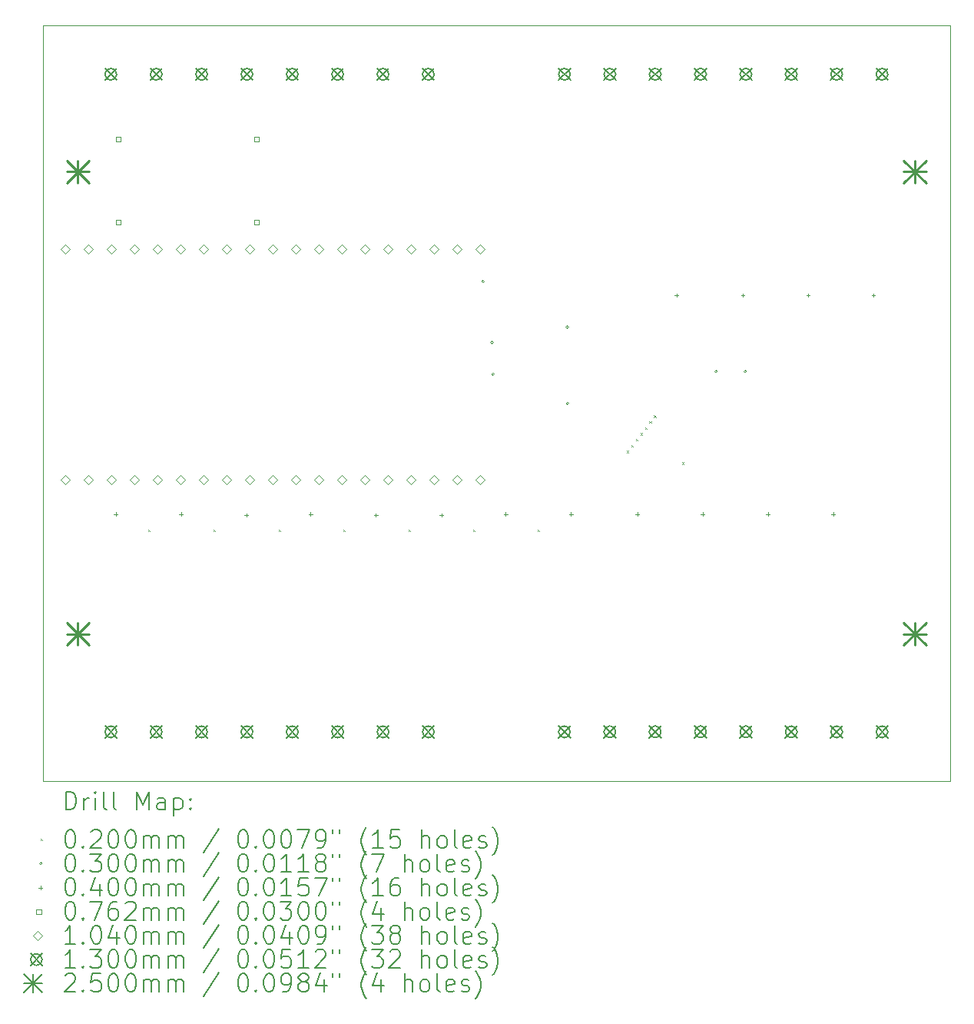
<source format=gbr>
%TF.GenerationSoftware,KiCad,Pcbnew,7.0.10*%
%TF.CreationDate,2024-02-03T19:37:39+01:00*%
%TF.ProjectId,led_stairs_controller,6c65645f-7374-4616-9972-735f636f6e74,V0.1*%
%TF.SameCoordinates,Original*%
%TF.FileFunction,Drillmap*%
%TF.FilePolarity,Positive*%
%FSLAX45Y45*%
G04 Gerber Fmt 4.5, Leading zero omitted, Abs format (unit mm)*
G04 Created by KiCad (PCBNEW 7.0.10) date 2024-02-03 19:37:39*
%MOMM*%
%LPD*%
G01*
G04 APERTURE LIST*
%ADD10C,0.120000*%
%ADD11C,0.200000*%
%ADD12C,0.100000*%
%ADD13C,0.104000*%
%ADD14C,0.130000*%
%ADD15C,0.250000*%
G04 APERTURE END LIST*
D10*
X10117500Y-5574500D02*
X10117500Y-13899500D01*
X10117500Y-13899500D02*
X20117500Y-13899500D01*
X20117500Y-5574500D02*
X10117500Y-5574500D01*
X20117500Y-13899500D02*
X20117500Y-5574500D01*
D11*
D12*
X11280000Y-11130000D02*
X11300000Y-11150000D01*
X11300000Y-11130000D02*
X11280000Y-11150000D01*
X12000000Y-11130000D02*
X12020000Y-11150000D01*
X12020000Y-11130000D02*
X12000000Y-11150000D01*
X12720000Y-11130000D02*
X12740000Y-11150000D01*
X12740000Y-11130000D02*
X12720000Y-11150000D01*
X13430000Y-11130000D02*
X13450000Y-11150000D01*
X13450000Y-11130000D02*
X13430000Y-11150000D01*
X14150000Y-11130000D02*
X14170000Y-11150000D01*
X14170000Y-11130000D02*
X14150000Y-11150000D01*
X14860000Y-11130000D02*
X14880000Y-11150000D01*
X14880000Y-11130000D02*
X14860000Y-11150000D01*
X15570000Y-11130000D02*
X15590000Y-11150000D01*
X15590000Y-11130000D02*
X15570000Y-11150000D01*
X16554250Y-10262500D02*
X16574250Y-10282500D01*
X16574250Y-10262500D02*
X16554250Y-10282500D01*
X16604250Y-10197500D02*
X16624250Y-10217500D01*
X16624250Y-10197500D02*
X16604250Y-10217500D01*
X16654250Y-10132500D02*
X16674250Y-10152500D01*
X16674250Y-10132500D02*
X16654250Y-10152500D01*
X16704250Y-10067500D02*
X16724250Y-10087500D01*
X16724250Y-10067500D02*
X16704250Y-10087500D01*
X16754250Y-10002500D02*
X16774250Y-10022500D01*
X16774250Y-10002500D02*
X16754250Y-10022500D01*
X16804250Y-9937500D02*
X16824250Y-9957500D01*
X16824250Y-9937500D02*
X16804250Y-9957500D01*
X16854250Y-9872500D02*
X16874250Y-9892500D01*
X16874250Y-9872500D02*
X16854250Y-9892500D01*
X17164250Y-10390000D02*
X17184250Y-10410000D01*
X17184250Y-10390000D02*
X17164250Y-10410000D01*
X14985000Y-8400000D02*
G75*
G03*
X14955000Y-8400000I-15000J0D01*
G01*
X14955000Y-8400000D02*
G75*
G03*
X14985000Y-8400000I15000J0D01*
G01*
X15085000Y-9070000D02*
G75*
G03*
X15055000Y-9070000I-15000J0D01*
G01*
X15055000Y-9070000D02*
G75*
G03*
X15085000Y-9070000I15000J0D01*
G01*
X15095000Y-9420000D02*
G75*
G03*
X15065000Y-9420000I-15000J0D01*
G01*
X15065000Y-9420000D02*
G75*
G03*
X15095000Y-9420000I15000J0D01*
G01*
X15915000Y-8900000D02*
G75*
G03*
X15885000Y-8900000I-15000J0D01*
G01*
X15885000Y-8900000D02*
G75*
G03*
X15915000Y-8900000I15000J0D01*
G01*
X15915000Y-9740000D02*
G75*
G03*
X15885000Y-9740000I-15000J0D01*
G01*
X15885000Y-9740000D02*
G75*
G03*
X15915000Y-9740000I15000J0D01*
G01*
X17555000Y-9390000D02*
G75*
G03*
X17525000Y-9390000I-15000J0D01*
G01*
X17525000Y-9390000D02*
G75*
G03*
X17555000Y-9390000I15000J0D01*
G01*
X17875000Y-9390000D02*
G75*
G03*
X17845000Y-9390000I-15000J0D01*
G01*
X17845000Y-9390000D02*
G75*
G03*
X17875000Y-9390000I15000J0D01*
G01*
X10922000Y-10940000D02*
X10922000Y-10980000D01*
X10902000Y-10960000D02*
X10942000Y-10960000D01*
X11640000Y-10940000D02*
X11640000Y-10980000D01*
X11620000Y-10960000D02*
X11660000Y-10960000D01*
X12360000Y-10950000D02*
X12360000Y-10990000D01*
X12340000Y-10970000D02*
X12380000Y-10970000D01*
X13070000Y-10940000D02*
X13070000Y-10980000D01*
X13050000Y-10960000D02*
X13090000Y-10960000D01*
X13790000Y-10950000D02*
X13790000Y-10990000D01*
X13770000Y-10970000D02*
X13810000Y-10970000D01*
X14510000Y-10950000D02*
X14510000Y-10990000D01*
X14490000Y-10970000D02*
X14530000Y-10970000D01*
X15220000Y-10940000D02*
X15220000Y-10980000D01*
X15200000Y-10960000D02*
X15240000Y-10960000D01*
X15940000Y-10940000D02*
X15940000Y-10980000D01*
X15920000Y-10960000D02*
X15960000Y-10960000D01*
X16670000Y-10940000D02*
X16670000Y-10980000D01*
X16650000Y-10960000D02*
X16690000Y-10960000D01*
X17102000Y-8530000D02*
X17102000Y-8570000D01*
X17082000Y-8550000D02*
X17122000Y-8550000D01*
X17390000Y-10940000D02*
X17390000Y-10980000D01*
X17370000Y-10960000D02*
X17410000Y-10960000D01*
X17832000Y-8530000D02*
X17832000Y-8570000D01*
X17812000Y-8550000D02*
X17852000Y-8550000D01*
X18110000Y-10940000D02*
X18110000Y-10980000D01*
X18090000Y-10960000D02*
X18130000Y-10960000D01*
X18552000Y-8530000D02*
X18552000Y-8570000D01*
X18532000Y-8550000D02*
X18572000Y-8550000D01*
X18830000Y-10940000D02*
X18830000Y-10980000D01*
X18810000Y-10960000D02*
X18850000Y-10960000D01*
X19272000Y-8530000D02*
X19272000Y-8570000D01*
X19252000Y-8550000D02*
X19292000Y-8550000D01*
X10974941Y-6859941D02*
X10974941Y-6806059D01*
X10921059Y-6806059D01*
X10921059Y-6859941D01*
X10974941Y-6859941D01*
X10974941Y-7773941D02*
X10974941Y-7720059D01*
X10921059Y-7720059D01*
X10921059Y-7773941D01*
X10974941Y-7773941D01*
X12498941Y-6859941D02*
X12498941Y-6806059D01*
X12445059Y-6806059D01*
X12445059Y-6859941D01*
X12498941Y-6859941D01*
X12498941Y-7773941D02*
X12498941Y-7720059D01*
X12445059Y-7720059D01*
X12445059Y-7773941D01*
X12498941Y-7773941D01*
D13*
X10364000Y-8095750D02*
X10416000Y-8043750D01*
X10364000Y-7991750D01*
X10312000Y-8043750D01*
X10364000Y-8095750D01*
X10364000Y-10635750D02*
X10416000Y-10583750D01*
X10364000Y-10531750D01*
X10312000Y-10583750D01*
X10364000Y-10635750D01*
X10618000Y-8095750D02*
X10670000Y-8043750D01*
X10618000Y-7991750D01*
X10566000Y-8043750D01*
X10618000Y-8095750D01*
X10618000Y-10635750D02*
X10670000Y-10583750D01*
X10618000Y-10531750D01*
X10566000Y-10583750D01*
X10618000Y-10635750D01*
X10872000Y-8095750D02*
X10924000Y-8043750D01*
X10872000Y-7991750D01*
X10820000Y-8043750D01*
X10872000Y-8095750D01*
X10872000Y-10635750D02*
X10924000Y-10583750D01*
X10872000Y-10531750D01*
X10820000Y-10583750D01*
X10872000Y-10635750D01*
X11126000Y-8095750D02*
X11178000Y-8043750D01*
X11126000Y-7991750D01*
X11074000Y-8043750D01*
X11126000Y-8095750D01*
X11126000Y-10635750D02*
X11178000Y-10583750D01*
X11126000Y-10531750D01*
X11074000Y-10583750D01*
X11126000Y-10635750D01*
X11380000Y-8095750D02*
X11432000Y-8043750D01*
X11380000Y-7991750D01*
X11328000Y-8043750D01*
X11380000Y-8095750D01*
X11380000Y-10635750D02*
X11432000Y-10583750D01*
X11380000Y-10531750D01*
X11328000Y-10583750D01*
X11380000Y-10635750D01*
X11634000Y-8095750D02*
X11686000Y-8043750D01*
X11634000Y-7991750D01*
X11582000Y-8043750D01*
X11634000Y-8095750D01*
X11634000Y-10635750D02*
X11686000Y-10583750D01*
X11634000Y-10531750D01*
X11582000Y-10583750D01*
X11634000Y-10635750D01*
X11888000Y-8095750D02*
X11940000Y-8043750D01*
X11888000Y-7991750D01*
X11836000Y-8043750D01*
X11888000Y-8095750D01*
X11888000Y-10635750D02*
X11940000Y-10583750D01*
X11888000Y-10531750D01*
X11836000Y-10583750D01*
X11888000Y-10635750D01*
X12142000Y-8095750D02*
X12194000Y-8043750D01*
X12142000Y-7991750D01*
X12090000Y-8043750D01*
X12142000Y-8095750D01*
X12142000Y-10635750D02*
X12194000Y-10583750D01*
X12142000Y-10531750D01*
X12090000Y-10583750D01*
X12142000Y-10635750D01*
X12396000Y-8095750D02*
X12448000Y-8043750D01*
X12396000Y-7991750D01*
X12344000Y-8043750D01*
X12396000Y-8095750D01*
X12396000Y-10635750D02*
X12448000Y-10583750D01*
X12396000Y-10531750D01*
X12344000Y-10583750D01*
X12396000Y-10635750D01*
X12650000Y-8095750D02*
X12702000Y-8043750D01*
X12650000Y-7991750D01*
X12598000Y-8043750D01*
X12650000Y-8095750D01*
X12650000Y-10635750D02*
X12702000Y-10583750D01*
X12650000Y-10531750D01*
X12598000Y-10583750D01*
X12650000Y-10635750D01*
X12904000Y-8095750D02*
X12956000Y-8043750D01*
X12904000Y-7991750D01*
X12852000Y-8043750D01*
X12904000Y-8095750D01*
X12904000Y-10635750D02*
X12956000Y-10583750D01*
X12904000Y-10531750D01*
X12852000Y-10583750D01*
X12904000Y-10635750D01*
X13158000Y-8095750D02*
X13210000Y-8043750D01*
X13158000Y-7991750D01*
X13106000Y-8043750D01*
X13158000Y-8095750D01*
X13158000Y-10635750D02*
X13210000Y-10583750D01*
X13158000Y-10531750D01*
X13106000Y-10583750D01*
X13158000Y-10635750D01*
X13412000Y-8095750D02*
X13464000Y-8043750D01*
X13412000Y-7991750D01*
X13360000Y-8043750D01*
X13412000Y-8095750D01*
X13412000Y-10635750D02*
X13464000Y-10583750D01*
X13412000Y-10531750D01*
X13360000Y-10583750D01*
X13412000Y-10635750D01*
X13666000Y-8095750D02*
X13718000Y-8043750D01*
X13666000Y-7991750D01*
X13614000Y-8043750D01*
X13666000Y-8095750D01*
X13666000Y-10635750D02*
X13718000Y-10583750D01*
X13666000Y-10531750D01*
X13614000Y-10583750D01*
X13666000Y-10635750D01*
X13920000Y-8095750D02*
X13972000Y-8043750D01*
X13920000Y-7991750D01*
X13868000Y-8043750D01*
X13920000Y-8095750D01*
X13920000Y-10635750D02*
X13972000Y-10583750D01*
X13920000Y-10531750D01*
X13868000Y-10583750D01*
X13920000Y-10635750D01*
X14174000Y-8095750D02*
X14226000Y-8043750D01*
X14174000Y-7991750D01*
X14122000Y-8043750D01*
X14174000Y-8095750D01*
X14174000Y-10635750D02*
X14226000Y-10583750D01*
X14174000Y-10531750D01*
X14122000Y-10583750D01*
X14174000Y-10635750D01*
X14428000Y-8095750D02*
X14480000Y-8043750D01*
X14428000Y-7991750D01*
X14376000Y-8043750D01*
X14428000Y-8095750D01*
X14428000Y-10635750D02*
X14480000Y-10583750D01*
X14428000Y-10531750D01*
X14376000Y-10583750D01*
X14428000Y-10635750D01*
X14682000Y-8095750D02*
X14734000Y-8043750D01*
X14682000Y-7991750D01*
X14630000Y-8043750D01*
X14682000Y-8095750D01*
X14682000Y-10635750D02*
X14734000Y-10583750D01*
X14682000Y-10531750D01*
X14630000Y-10583750D01*
X14682000Y-10635750D01*
X14936000Y-8095750D02*
X14988000Y-8043750D01*
X14936000Y-7991750D01*
X14884000Y-8043750D01*
X14936000Y-8095750D01*
X14936000Y-10635750D02*
X14988000Y-10583750D01*
X14936000Y-10531750D01*
X14884000Y-10583750D01*
X14936000Y-10635750D01*
D14*
X10802500Y-6051000D02*
X10932500Y-6181000D01*
X10932500Y-6051000D02*
X10802500Y-6181000D01*
X10932500Y-6116000D02*
G75*
G03*
X10802500Y-6116000I-65000J0D01*
G01*
X10802500Y-6116000D02*
G75*
G03*
X10932500Y-6116000I65000J0D01*
G01*
X10802500Y-13293000D02*
X10932500Y-13423000D01*
X10932500Y-13293000D02*
X10802500Y-13423000D01*
X10932500Y-13358000D02*
G75*
G03*
X10802500Y-13358000I-65000J0D01*
G01*
X10802500Y-13358000D02*
G75*
G03*
X10932500Y-13358000I65000J0D01*
G01*
X11302500Y-6051000D02*
X11432500Y-6181000D01*
X11432500Y-6051000D02*
X11302500Y-6181000D01*
X11432500Y-6116000D02*
G75*
G03*
X11302500Y-6116000I-65000J0D01*
G01*
X11302500Y-6116000D02*
G75*
G03*
X11432500Y-6116000I65000J0D01*
G01*
X11302500Y-13293000D02*
X11432500Y-13423000D01*
X11432500Y-13293000D02*
X11302500Y-13423000D01*
X11432500Y-13358000D02*
G75*
G03*
X11302500Y-13358000I-65000J0D01*
G01*
X11302500Y-13358000D02*
G75*
G03*
X11432500Y-13358000I65000J0D01*
G01*
X11802500Y-6051000D02*
X11932500Y-6181000D01*
X11932500Y-6051000D02*
X11802500Y-6181000D01*
X11932500Y-6116000D02*
G75*
G03*
X11802500Y-6116000I-65000J0D01*
G01*
X11802500Y-6116000D02*
G75*
G03*
X11932500Y-6116000I65000J0D01*
G01*
X11802500Y-13293000D02*
X11932500Y-13423000D01*
X11932500Y-13293000D02*
X11802500Y-13423000D01*
X11932500Y-13358000D02*
G75*
G03*
X11802500Y-13358000I-65000J0D01*
G01*
X11802500Y-13358000D02*
G75*
G03*
X11932500Y-13358000I65000J0D01*
G01*
X12302500Y-6051000D02*
X12432500Y-6181000D01*
X12432500Y-6051000D02*
X12302500Y-6181000D01*
X12432500Y-6116000D02*
G75*
G03*
X12302500Y-6116000I-65000J0D01*
G01*
X12302500Y-6116000D02*
G75*
G03*
X12432500Y-6116000I65000J0D01*
G01*
X12302500Y-13293000D02*
X12432500Y-13423000D01*
X12432500Y-13293000D02*
X12302500Y-13423000D01*
X12432500Y-13358000D02*
G75*
G03*
X12302500Y-13358000I-65000J0D01*
G01*
X12302500Y-13358000D02*
G75*
G03*
X12432500Y-13358000I65000J0D01*
G01*
X12802500Y-6051000D02*
X12932500Y-6181000D01*
X12932500Y-6051000D02*
X12802500Y-6181000D01*
X12932500Y-6116000D02*
G75*
G03*
X12802500Y-6116000I-65000J0D01*
G01*
X12802500Y-6116000D02*
G75*
G03*
X12932500Y-6116000I65000J0D01*
G01*
X12802500Y-13293000D02*
X12932500Y-13423000D01*
X12932500Y-13293000D02*
X12802500Y-13423000D01*
X12932500Y-13358000D02*
G75*
G03*
X12802500Y-13358000I-65000J0D01*
G01*
X12802500Y-13358000D02*
G75*
G03*
X12932500Y-13358000I65000J0D01*
G01*
X13302500Y-6051000D02*
X13432500Y-6181000D01*
X13432500Y-6051000D02*
X13302500Y-6181000D01*
X13432500Y-6116000D02*
G75*
G03*
X13302500Y-6116000I-65000J0D01*
G01*
X13302500Y-6116000D02*
G75*
G03*
X13432500Y-6116000I65000J0D01*
G01*
X13302500Y-13293000D02*
X13432500Y-13423000D01*
X13432500Y-13293000D02*
X13302500Y-13423000D01*
X13432500Y-13358000D02*
G75*
G03*
X13302500Y-13358000I-65000J0D01*
G01*
X13302500Y-13358000D02*
G75*
G03*
X13432500Y-13358000I65000J0D01*
G01*
X13802500Y-6051000D02*
X13932500Y-6181000D01*
X13932500Y-6051000D02*
X13802500Y-6181000D01*
X13932500Y-6116000D02*
G75*
G03*
X13802500Y-6116000I-65000J0D01*
G01*
X13802500Y-6116000D02*
G75*
G03*
X13932500Y-6116000I65000J0D01*
G01*
X13802500Y-13293000D02*
X13932500Y-13423000D01*
X13932500Y-13293000D02*
X13802500Y-13423000D01*
X13932500Y-13358000D02*
G75*
G03*
X13802500Y-13358000I-65000J0D01*
G01*
X13802500Y-13358000D02*
G75*
G03*
X13932500Y-13358000I65000J0D01*
G01*
X14302500Y-6051000D02*
X14432500Y-6181000D01*
X14432500Y-6051000D02*
X14302500Y-6181000D01*
X14432500Y-6116000D02*
G75*
G03*
X14302500Y-6116000I-65000J0D01*
G01*
X14302500Y-6116000D02*
G75*
G03*
X14432500Y-6116000I65000J0D01*
G01*
X14302500Y-13293000D02*
X14432500Y-13423000D01*
X14432500Y-13293000D02*
X14302500Y-13423000D01*
X14432500Y-13358000D02*
G75*
G03*
X14302500Y-13358000I-65000J0D01*
G01*
X14302500Y-13358000D02*
G75*
G03*
X14432500Y-13358000I65000J0D01*
G01*
X15802500Y-6051000D02*
X15932500Y-6181000D01*
X15932500Y-6051000D02*
X15802500Y-6181000D01*
X15932500Y-6116000D02*
G75*
G03*
X15802500Y-6116000I-65000J0D01*
G01*
X15802500Y-6116000D02*
G75*
G03*
X15932500Y-6116000I65000J0D01*
G01*
X15802500Y-13293000D02*
X15932500Y-13423000D01*
X15932500Y-13293000D02*
X15802500Y-13423000D01*
X15932500Y-13358000D02*
G75*
G03*
X15802500Y-13358000I-65000J0D01*
G01*
X15802500Y-13358000D02*
G75*
G03*
X15932500Y-13358000I65000J0D01*
G01*
X16302500Y-6051000D02*
X16432500Y-6181000D01*
X16432500Y-6051000D02*
X16302500Y-6181000D01*
X16432500Y-6116000D02*
G75*
G03*
X16302500Y-6116000I-65000J0D01*
G01*
X16302500Y-6116000D02*
G75*
G03*
X16432500Y-6116000I65000J0D01*
G01*
X16302500Y-13293000D02*
X16432500Y-13423000D01*
X16432500Y-13293000D02*
X16302500Y-13423000D01*
X16432500Y-13358000D02*
G75*
G03*
X16302500Y-13358000I-65000J0D01*
G01*
X16302500Y-13358000D02*
G75*
G03*
X16432500Y-13358000I65000J0D01*
G01*
X16802500Y-6051000D02*
X16932500Y-6181000D01*
X16932500Y-6051000D02*
X16802500Y-6181000D01*
X16932500Y-6116000D02*
G75*
G03*
X16802500Y-6116000I-65000J0D01*
G01*
X16802500Y-6116000D02*
G75*
G03*
X16932500Y-6116000I65000J0D01*
G01*
X16802500Y-13293000D02*
X16932500Y-13423000D01*
X16932500Y-13293000D02*
X16802500Y-13423000D01*
X16932500Y-13358000D02*
G75*
G03*
X16802500Y-13358000I-65000J0D01*
G01*
X16802500Y-13358000D02*
G75*
G03*
X16932500Y-13358000I65000J0D01*
G01*
X17302500Y-6051000D02*
X17432500Y-6181000D01*
X17432500Y-6051000D02*
X17302500Y-6181000D01*
X17432500Y-6116000D02*
G75*
G03*
X17302500Y-6116000I-65000J0D01*
G01*
X17302500Y-6116000D02*
G75*
G03*
X17432500Y-6116000I65000J0D01*
G01*
X17302500Y-13293000D02*
X17432500Y-13423000D01*
X17432500Y-13293000D02*
X17302500Y-13423000D01*
X17432500Y-13358000D02*
G75*
G03*
X17302500Y-13358000I-65000J0D01*
G01*
X17302500Y-13358000D02*
G75*
G03*
X17432500Y-13358000I65000J0D01*
G01*
X17802500Y-6051000D02*
X17932500Y-6181000D01*
X17932500Y-6051000D02*
X17802500Y-6181000D01*
X17932500Y-6116000D02*
G75*
G03*
X17802500Y-6116000I-65000J0D01*
G01*
X17802500Y-6116000D02*
G75*
G03*
X17932500Y-6116000I65000J0D01*
G01*
X17802500Y-13293000D02*
X17932500Y-13423000D01*
X17932500Y-13293000D02*
X17802500Y-13423000D01*
X17932500Y-13358000D02*
G75*
G03*
X17802500Y-13358000I-65000J0D01*
G01*
X17802500Y-13358000D02*
G75*
G03*
X17932500Y-13358000I65000J0D01*
G01*
X18302500Y-6051000D02*
X18432500Y-6181000D01*
X18432500Y-6051000D02*
X18302500Y-6181000D01*
X18432500Y-6116000D02*
G75*
G03*
X18302500Y-6116000I-65000J0D01*
G01*
X18302500Y-6116000D02*
G75*
G03*
X18432500Y-6116000I65000J0D01*
G01*
X18302500Y-13293000D02*
X18432500Y-13423000D01*
X18432500Y-13293000D02*
X18302500Y-13423000D01*
X18432500Y-13358000D02*
G75*
G03*
X18302500Y-13358000I-65000J0D01*
G01*
X18302500Y-13358000D02*
G75*
G03*
X18432500Y-13358000I65000J0D01*
G01*
X18802500Y-6051000D02*
X18932500Y-6181000D01*
X18932500Y-6051000D02*
X18802500Y-6181000D01*
X18932500Y-6116000D02*
G75*
G03*
X18802500Y-6116000I-65000J0D01*
G01*
X18802500Y-6116000D02*
G75*
G03*
X18932500Y-6116000I65000J0D01*
G01*
X18802500Y-13293000D02*
X18932500Y-13423000D01*
X18932500Y-13293000D02*
X18802500Y-13423000D01*
X18932500Y-13358000D02*
G75*
G03*
X18802500Y-13358000I-65000J0D01*
G01*
X18802500Y-13358000D02*
G75*
G03*
X18932500Y-13358000I65000J0D01*
G01*
X19302500Y-6051000D02*
X19432500Y-6181000D01*
X19432500Y-6051000D02*
X19302500Y-6181000D01*
X19432500Y-6116000D02*
G75*
G03*
X19302500Y-6116000I-65000J0D01*
G01*
X19302500Y-6116000D02*
G75*
G03*
X19432500Y-6116000I65000J0D01*
G01*
X19302500Y-13293000D02*
X19432500Y-13423000D01*
X19432500Y-13293000D02*
X19302500Y-13423000D01*
X19432500Y-13358000D02*
G75*
G03*
X19302500Y-13358000I-65000J0D01*
G01*
X19302500Y-13358000D02*
G75*
G03*
X19432500Y-13358000I65000J0D01*
G01*
D15*
X10380000Y-7065000D02*
X10630000Y-7315000D01*
X10630000Y-7065000D02*
X10380000Y-7315000D01*
X10505000Y-7065000D02*
X10505000Y-7315000D01*
X10380000Y-7190000D02*
X10630000Y-7190000D01*
X10380000Y-12155000D02*
X10630000Y-12405000D01*
X10630000Y-12155000D02*
X10380000Y-12405000D01*
X10505000Y-12155000D02*
X10505000Y-12405000D01*
X10380000Y-12280000D02*
X10630000Y-12280000D01*
X19605000Y-7065000D02*
X19855000Y-7315000D01*
X19855000Y-7065000D02*
X19605000Y-7315000D01*
X19730000Y-7065000D02*
X19730000Y-7315000D01*
X19605000Y-7190000D02*
X19855000Y-7190000D01*
X19605000Y-12155000D02*
X19855000Y-12405000D01*
X19855000Y-12155000D02*
X19605000Y-12405000D01*
X19730000Y-12155000D02*
X19730000Y-12405000D01*
X19605000Y-12280000D02*
X19855000Y-12280000D01*
D11*
X10372277Y-14216984D02*
X10372277Y-14016984D01*
X10372277Y-14016984D02*
X10419896Y-14016984D01*
X10419896Y-14016984D02*
X10448467Y-14026508D01*
X10448467Y-14026508D02*
X10467515Y-14045555D01*
X10467515Y-14045555D02*
X10477039Y-14064603D01*
X10477039Y-14064603D02*
X10486563Y-14102698D01*
X10486563Y-14102698D02*
X10486563Y-14131269D01*
X10486563Y-14131269D02*
X10477039Y-14169365D01*
X10477039Y-14169365D02*
X10467515Y-14188412D01*
X10467515Y-14188412D02*
X10448467Y-14207460D01*
X10448467Y-14207460D02*
X10419896Y-14216984D01*
X10419896Y-14216984D02*
X10372277Y-14216984D01*
X10572277Y-14216984D02*
X10572277Y-14083650D01*
X10572277Y-14121746D02*
X10581801Y-14102698D01*
X10581801Y-14102698D02*
X10591324Y-14093174D01*
X10591324Y-14093174D02*
X10610372Y-14083650D01*
X10610372Y-14083650D02*
X10629420Y-14083650D01*
X10696086Y-14216984D02*
X10696086Y-14083650D01*
X10696086Y-14016984D02*
X10686563Y-14026508D01*
X10686563Y-14026508D02*
X10696086Y-14036031D01*
X10696086Y-14036031D02*
X10705610Y-14026508D01*
X10705610Y-14026508D02*
X10696086Y-14016984D01*
X10696086Y-14016984D02*
X10696086Y-14036031D01*
X10819896Y-14216984D02*
X10800848Y-14207460D01*
X10800848Y-14207460D02*
X10791324Y-14188412D01*
X10791324Y-14188412D02*
X10791324Y-14016984D01*
X10924658Y-14216984D02*
X10905610Y-14207460D01*
X10905610Y-14207460D02*
X10896086Y-14188412D01*
X10896086Y-14188412D02*
X10896086Y-14016984D01*
X11153229Y-14216984D02*
X11153229Y-14016984D01*
X11153229Y-14016984D02*
X11219896Y-14159841D01*
X11219896Y-14159841D02*
X11286562Y-14016984D01*
X11286562Y-14016984D02*
X11286562Y-14216984D01*
X11467515Y-14216984D02*
X11467515Y-14112222D01*
X11467515Y-14112222D02*
X11457991Y-14093174D01*
X11457991Y-14093174D02*
X11438943Y-14083650D01*
X11438943Y-14083650D02*
X11400848Y-14083650D01*
X11400848Y-14083650D02*
X11381801Y-14093174D01*
X11467515Y-14207460D02*
X11448467Y-14216984D01*
X11448467Y-14216984D02*
X11400848Y-14216984D01*
X11400848Y-14216984D02*
X11381801Y-14207460D01*
X11381801Y-14207460D02*
X11372277Y-14188412D01*
X11372277Y-14188412D02*
X11372277Y-14169365D01*
X11372277Y-14169365D02*
X11381801Y-14150317D01*
X11381801Y-14150317D02*
X11400848Y-14140793D01*
X11400848Y-14140793D02*
X11448467Y-14140793D01*
X11448467Y-14140793D02*
X11467515Y-14131269D01*
X11562753Y-14083650D02*
X11562753Y-14283650D01*
X11562753Y-14093174D02*
X11581801Y-14083650D01*
X11581801Y-14083650D02*
X11619896Y-14083650D01*
X11619896Y-14083650D02*
X11638943Y-14093174D01*
X11638943Y-14093174D02*
X11648467Y-14102698D01*
X11648467Y-14102698D02*
X11657991Y-14121746D01*
X11657991Y-14121746D02*
X11657991Y-14178888D01*
X11657991Y-14178888D02*
X11648467Y-14197936D01*
X11648467Y-14197936D02*
X11638943Y-14207460D01*
X11638943Y-14207460D02*
X11619896Y-14216984D01*
X11619896Y-14216984D02*
X11581801Y-14216984D01*
X11581801Y-14216984D02*
X11562753Y-14207460D01*
X11743705Y-14197936D02*
X11753229Y-14207460D01*
X11753229Y-14207460D02*
X11743705Y-14216984D01*
X11743705Y-14216984D02*
X11734182Y-14207460D01*
X11734182Y-14207460D02*
X11743705Y-14197936D01*
X11743705Y-14197936D02*
X11743705Y-14216984D01*
X11743705Y-14093174D02*
X11753229Y-14102698D01*
X11753229Y-14102698D02*
X11743705Y-14112222D01*
X11743705Y-14112222D02*
X11734182Y-14102698D01*
X11734182Y-14102698D02*
X11743705Y-14093174D01*
X11743705Y-14093174D02*
X11743705Y-14112222D01*
D12*
X10091500Y-14535500D02*
X10111500Y-14555500D01*
X10111500Y-14535500D02*
X10091500Y-14555500D01*
D11*
X10410372Y-14436984D02*
X10429420Y-14436984D01*
X10429420Y-14436984D02*
X10448467Y-14446508D01*
X10448467Y-14446508D02*
X10457991Y-14456031D01*
X10457991Y-14456031D02*
X10467515Y-14475079D01*
X10467515Y-14475079D02*
X10477039Y-14513174D01*
X10477039Y-14513174D02*
X10477039Y-14560793D01*
X10477039Y-14560793D02*
X10467515Y-14598888D01*
X10467515Y-14598888D02*
X10457991Y-14617936D01*
X10457991Y-14617936D02*
X10448467Y-14627460D01*
X10448467Y-14627460D02*
X10429420Y-14636984D01*
X10429420Y-14636984D02*
X10410372Y-14636984D01*
X10410372Y-14636984D02*
X10391324Y-14627460D01*
X10391324Y-14627460D02*
X10381801Y-14617936D01*
X10381801Y-14617936D02*
X10372277Y-14598888D01*
X10372277Y-14598888D02*
X10362753Y-14560793D01*
X10362753Y-14560793D02*
X10362753Y-14513174D01*
X10362753Y-14513174D02*
X10372277Y-14475079D01*
X10372277Y-14475079D02*
X10381801Y-14456031D01*
X10381801Y-14456031D02*
X10391324Y-14446508D01*
X10391324Y-14446508D02*
X10410372Y-14436984D01*
X10562753Y-14617936D02*
X10572277Y-14627460D01*
X10572277Y-14627460D02*
X10562753Y-14636984D01*
X10562753Y-14636984D02*
X10553229Y-14627460D01*
X10553229Y-14627460D02*
X10562753Y-14617936D01*
X10562753Y-14617936D02*
X10562753Y-14636984D01*
X10648467Y-14456031D02*
X10657991Y-14446508D01*
X10657991Y-14446508D02*
X10677039Y-14436984D01*
X10677039Y-14436984D02*
X10724658Y-14436984D01*
X10724658Y-14436984D02*
X10743705Y-14446508D01*
X10743705Y-14446508D02*
X10753229Y-14456031D01*
X10753229Y-14456031D02*
X10762753Y-14475079D01*
X10762753Y-14475079D02*
X10762753Y-14494127D01*
X10762753Y-14494127D02*
X10753229Y-14522698D01*
X10753229Y-14522698D02*
X10638944Y-14636984D01*
X10638944Y-14636984D02*
X10762753Y-14636984D01*
X10886563Y-14436984D02*
X10905610Y-14436984D01*
X10905610Y-14436984D02*
X10924658Y-14446508D01*
X10924658Y-14446508D02*
X10934182Y-14456031D01*
X10934182Y-14456031D02*
X10943705Y-14475079D01*
X10943705Y-14475079D02*
X10953229Y-14513174D01*
X10953229Y-14513174D02*
X10953229Y-14560793D01*
X10953229Y-14560793D02*
X10943705Y-14598888D01*
X10943705Y-14598888D02*
X10934182Y-14617936D01*
X10934182Y-14617936D02*
X10924658Y-14627460D01*
X10924658Y-14627460D02*
X10905610Y-14636984D01*
X10905610Y-14636984D02*
X10886563Y-14636984D01*
X10886563Y-14636984D02*
X10867515Y-14627460D01*
X10867515Y-14627460D02*
X10857991Y-14617936D01*
X10857991Y-14617936D02*
X10848467Y-14598888D01*
X10848467Y-14598888D02*
X10838944Y-14560793D01*
X10838944Y-14560793D02*
X10838944Y-14513174D01*
X10838944Y-14513174D02*
X10848467Y-14475079D01*
X10848467Y-14475079D02*
X10857991Y-14456031D01*
X10857991Y-14456031D02*
X10867515Y-14446508D01*
X10867515Y-14446508D02*
X10886563Y-14436984D01*
X11077039Y-14436984D02*
X11096086Y-14436984D01*
X11096086Y-14436984D02*
X11115134Y-14446508D01*
X11115134Y-14446508D02*
X11124658Y-14456031D01*
X11124658Y-14456031D02*
X11134182Y-14475079D01*
X11134182Y-14475079D02*
X11143705Y-14513174D01*
X11143705Y-14513174D02*
X11143705Y-14560793D01*
X11143705Y-14560793D02*
X11134182Y-14598888D01*
X11134182Y-14598888D02*
X11124658Y-14617936D01*
X11124658Y-14617936D02*
X11115134Y-14627460D01*
X11115134Y-14627460D02*
X11096086Y-14636984D01*
X11096086Y-14636984D02*
X11077039Y-14636984D01*
X11077039Y-14636984D02*
X11057991Y-14627460D01*
X11057991Y-14627460D02*
X11048467Y-14617936D01*
X11048467Y-14617936D02*
X11038944Y-14598888D01*
X11038944Y-14598888D02*
X11029420Y-14560793D01*
X11029420Y-14560793D02*
X11029420Y-14513174D01*
X11029420Y-14513174D02*
X11038944Y-14475079D01*
X11038944Y-14475079D02*
X11048467Y-14456031D01*
X11048467Y-14456031D02*
X11057991Y-14446508D01*
X11057991Y-14446508D02*
X11077039Y-14436984D01*
X11229420Y-14636984D02*
X11229420Y-14503650D01*
X11229420Y-14522698D02*
X11238943Y-14513174D01*
X11238943Y-14513174D02*
X11257991Y-14503650D01*
X11257991Y-14503650D02*
X11286563Y-14503650D01*
X11286563Y-14503650D02*
X11305610Y-14513174D01*
X11305610Y-14513174D02*
X11315134Y-14532222D01*
X11315134Y-14532222D02*
X11315134Y-14636984D01*
X11315134Y-14532222D02*
X11324658Y-14513174D01*
X11324658Y-14513174D02*
X11343705Y-14503650D01*
X11343705Y-14503650D02*
X11372277Y-14503650D01*
X11372277Y-14503650D02*
X11391324Y-14513174D01*
X11391324Y-14513174D02*
X11400848Y-14532222D01*
X11400848Y-14532222D02*
X11400848Y-14636984D01*
X11496086Y-14636984D02*
X11496086Y-14503650D01*
X11496086Y-14522698D02*
X11505610Y-14513174D01*
X11505610Y-14513174D02*
X11524658Y-14503650D01*
X11524658Y-14503650D02*
X11553229Y-14503650D01*
X11553229Y-14503650D02*
X11572277Y-14513174D01*
X11572277Y-14513174D02*
X11581801Y-14532222D01*
X11581801Y-14532222D02*
X11581801Y-14636984D01*
X11581801Y-14532222D02*
X11591324Y-14513174D01*
X11591324Y-14513174D02*
X11610372Y-14503650D01*
X11610372Y-14503650D02*
X11638943Y-14503650D01*
X11638943Y-14503650D02*
X11657991Y-14513174D01*
X11657991Y-14513174D02*
X11667515Y-14532222D01*
X11667515Y-14532222D02*
X11667515Y-14636984D01*
X12057991Y-14427460D02*
X11886563Y-14684603D01*
X12315134Y-14436984D02*
X12334182Y-14436984D01*
X12334182Y-14436984D02*
X12353229Y-14446508D01*
X12353229Y-14446508D02*
X12362753Y-14456031D01*
X12362753Y-14456031D02*
X12372277Y-14475079D01*
X12372277Y-14475079D02*
X12381801Y-14513174D01*
X12381801Y-14513174D02*
X12381801Y-14560793D01*
X12381801Y-14560793D02*
X12372277Y-14598888D01*
X12372277Y-14598888D02*
X12362753Y-14617936D01*
X12362753Y-14617936D02*
X12353229Y-14627460D01*
X12353229Y-14627460D02*
X12334182Y-14636984D01*
X12334182Y-14636984D02*
X12315134Y-14636984D01*
X12315134Y-14636984D02*
X12296086Y-14627460D01*
X12296086Y-14627460D02*
X12286563Y-14617936D01*
X12286563Y-14617936D02*
X12277039Y-14598888D01*
X12277039Y-14598888D02*
X12267515Y-14560793D01*
X12267515Y-14560793D02*
X12267515Y-14513174D01*
X12267515Y-14513174D02*
X12277039Y-14475079D01*
X12277039Y-14475079D02*
X12286563Y-14456031D01*
X12286563Y-14456031D02*
X12296086Y-14446508D01*
X12296086Y-14446508D02*
X12315134Y-14436984D01*
X12467515Y-14617936D02*
X12477039Y-14627460D01*
X12477039Y-14627460D02*
X12467515Y-14636984D01*
X12467515Y-14636984D02*
X12457991Y-14627460D01*
X12457991Y-14627460D02*
X12467515Y-14617936D01*
X12467515Y-14617936D02*
X12467515Y-14636984D01*
X12600848Y-14436984D02*
X12619896Y-14436984D01*
X12619896Y-14436984D02*
X12638944Y-14446508D01*
X12638944Y-14446508D02*
X12648467Y-14456031D01*
X12648467Y-14456031D02*
X12657991Y-14475079D01*
X12657991Y-14475079D02*
X12667515Y-14513174D01*
X12667515Y-14513174D02*
X12667515Y-14560793D01*
X12667515Y-14560793D02*
X12657991Y-14598888D01*
X12657991Y-14598888D02*
X12648467Y-14617936D01*
X12648467Y-14617936D02*
X12638944Y-14627460D01*
X12638944Y-14627460D02*
X12619896Y-14636984D01*
X12619896Y-14636984D02*
X12600848Y-14636984D01*
X12600848Y-14636984D02*
X12581801Y-14627460D01*
X12581801Y-14627460D02*
X12572277Y-14617936D01*
X12572277Y-14617936D02*
X12562753Y-14598888D01*
X12562753Y-14598888D02*
X12553229Y-14560793D01*
X12553229Y-14560793D02*
X12553229Y-14513174D01*
X12553229Y-14513174D02*
X12562753Y-14475079D01*
X12562753Y-14475079D02*
X12572277Y-14456031D01*
X12572277Y-14456031D02*
X12581801Y-14446508D01*
X12581801Y-14446508D02*
X12600848Y-14436984D01*
X12791325Y-14436984D02*
X12810372Y-14436984D01*
X12810372Y-14436984D02*
X12829420Y-14446508D01*
X12829420Y-14446508D02*
X12838944Y-14456031D01*
X12838944Y-14456031D02*
X12848467Y-14475079D01*
X12848467Y-14475079D02*
X12857991Y-14513174D01*
X12857991Y-14513174D02*
X12857991Y-14560793D01*
X12857991Y-14560793D02*
X12848467Y-14598888D01*
X12848467Y-14598888D02*
X12838944Y-14617936D01*
X12838944Y-14617936D02*
X12829420Y-14627460D01*
X12829420Y-14627460D02*
X12810372Y-14636984D01*
X12810372Y-14636984D02*
X12791325Y-14636984D01*
X12791325Y-14636984D02*
X12772277Y-14627460D01*
X12772277Y-14627460D02*
X12762753Y-14617936D01*
X12762753Y-14617936D02*
X12753229Y-14598888D01*
X12753229Y-14598888D02*
X12743706Y-14560793D01*
X12743706Y-14560793D02*
X12743706Y-14513174D01*
X12743706Y-14513174D02*
X12753229Y-14475079D01*
X12753229Y-14475079D02*
X12762753Y-14456031D01*
X12762753Y-14456031D02*
X12772277Y-14446508D01*
X12772277Y-14446508D02*
X12791325Y-14436984D01*
X12924658Y-14436984D02*
X13057991Y-14436984D01*
X13057991Y-14436984D02*
X12972277Y-14636984D01*
X13143706Y-14636984D02*
X13181801Y-14636984D01*
X13181801Y-14636984D02*
X13200848Y-14627460D01*
X13200848Y-14627460D02*
X13210372Y-14617936D01*
X13210372Y-14617936D02*
X13229420Y-14589365D01*
X13229420Y-14589365D02*
X13238944Y-14551269D01*
X13238944Y-14551269D02*
X13238944Y-14475079D01*
X13238944Y-14475079D02*
X13229420Y-14456031D01*
X13229420Y-14456031D02*
X13219896Y-14446508D01*
X13219896Y-14446508D02*
X13200848Y-14436984D01*
X13200848Y-14436984D02*
X13162753Y-14436984D01*
X13162753Y-14436984D02*
X13143706Y-14446508D01*
X13143706Y-14446508D02*
X13134182Y-14456031D01*
X13134182Y-14456031D02*
X13124658Y-14475079D01*
X13124658Y-14475079D02*
X13124658Y-14522698D01*
X13124658Y-14522698D02*
X13134182Y-14541746D01*
X13134182Y-14541746D02*
X13143706Y-14551269D01*
X13143706Y-14551269D02*
X13162753Y-14560793D01*
X13162753Y-14560793D02*
X13200848Y-14560793D01*
X13200848Y-14560793D02*
X13219896Y-14551269D01*
X13219896Y-14551269D02*
X13229420Y-14541746D01*
X13229420Y-14541746D02*
X13238944Y-14522698D01*
X13315134Y-14436984D02*
X13315134Y-14475079D01*
X13391325Y-14436984D02*
X13391325Y-14475079D01*
X13686563Y-14713174D02*
X13677039Y-14703650D01*
X13677039Y-14703650D02*
X13657991Y-14675079D01*
X13657991Y-14675079D02*
X13648468Y-14656031D01*
X13648468Y-14656031D02*
X13638944Y-14627460D01*
X13638944Y-14627460D02*
X13629420Y-14579841D01*
X13629420Y-14579841D02*
X13629420Y-14541746D01*
X13629420Y-14541746D02*
X13638944Y-14494127D01*
X13638944Y-14494127D02*
X13648468Y-14465555D01*
X13648468Y-14465555D02*
X13657991Y-14446508D01*
X13657991Y-14446508D02*
X13677039Y-14417936D01*
X13677039Y-14417936D02*
X13686563Y-14408412D01*
X13867515Y-14636984D02*
X13753229Y-14636984D01*
X13810372Y-14636984D02*
X13810372Y-14436984D01*
X13810372Y-14436984D02*
X13791325Y-14465555D01*
X13791325Y-14465555D02*
X13772277Y-14484603D01*
X13772277Y-14484603D02*
X13753229Y-14494127D01*
X14048468Y-14436984D02*
X13953229Y-14436984D01*
X13953229Y-14436984D02*
X13943706Y-14532222D01*
X13943706Y-14532222D02*
X13953229Y-14522698D01*
X13953229Y-14522698D02*
X13972277Y-14513174D01*
X13972277Y-14513174D02*
X14019896Y-14513174D01*
X14019896Y-14513174D02*
X14038944Y-14522698D01*
X14038944Y-14522698D02*
X14048468Y-14532222D01*
X14048468Y-14532222D02*
X14057991Y-14551269D01*
X14057991Y-14551269D02*
X14057991Y-14598888D01*
X14057991Y-14598888D02*
X14048468Y-14617936D01*
X14048468Y-14617936D02*
X14038944Y-14627460D01*
X14038944Y-14627460D02*
X14019896Y-14636984D01*
X14019896Y-14636984D02*
X13972277Y-14636984D01*
X13972277Y-14636984D02*
X13953229Y-14627460D01*
X13953229Y-14627460D02*
X13943706Y-14617936D01*
X14296087Y-14636984D02*
X14296087Y-14436984D01*
X14381801Y-14636984D02*
X14381801Y-14532222D01*
X14381801Y-14532222D02*
X14372277Y-14513174D01*
X14372277Y-14513174D02*
X14353230Y-14503650D01*
X14353230Y-14503650D02*
X14324658Y-14503650D01*
X14324658Y-14503650D02*
X14305610Y-14513174D01*
X14305610Y-14513174D02*
X14296087Y-14522698D01*
X14505610Y-14636984D02*
X14486563Y-14627460D01*
X14486563Y-14627460D02*
X14477039Y-14617936D01*
X14477039Y-14617936D02*
X14467515Y-14598888D01*
X14467515Y-14598888D02*
X14467515Y-14541746D01*
X14467515Y-14541746D02*
X14477039Y-14522698D01*
X14477039Y-14522698D02*
X14486563Y-14513174D01*
X14486563Y-14513174D02*
X14505610Y-14503650D01*
X14505610Y-14503650D02*
X14534182Y-14503650D01*
X14534182Y-14503650D02*
X14553230Y-14513174D01*
X14553230Y-14513174D02*
X14562753Y-14522698D01*
X14562753Y-14522698D02*
X14572277Y-14541746D01*
X14572277Y-14541746D02*
X14572277Y-14598888D01*
X14572277Y-14598888D02*
X14562753Y-14617936D01*
X14562753Y-14617936D02*
X14553230Y-14627460D01*
X14553230Y-14627460D02*
X14534182Y-14636984D01*
X14534182Y-14636984D02*
X14505610Y-14636984D01*
X14686563Y-14636984D02*
X14667515Y-14627460D01*
X14667515Y-14627460D02*
X14657991Y-14608412D01*
X14657991Y-14608412D02*
X14657991Y-14436984D01*
X14838944Y-14627460D02*
X14819896Y-14636984D01*
X14819896Y-14636984D02*
X14781801Y-14636984D01*
X14781801Y-14636984D02*
X14762753Y-14627460D01*
X14762753Y-14627460D02*
X14753230Y-14608412D01*
X14753230Y-14608412D02*
X14753230Y-14532222D01*
X14753230Y-14532222D02*
X14762753Y-14513174D01*
X14762753Y-14513174D02*
X14781801Y-14503650D01*
X14781801Y-14503650D02*
X14819896Y-14503650D01*
X14819896Y-14503650D02*
X14838944Y-14513174D01*
X14838944Y-14513174D02*
X14848468Y-14532222D01*
X14848468Y-14532222D02*
X14848468Y-14551269D01*
X14848468Y-14551269D02*
X14753230Y-14570317D01*
X14924658Y-14627460D02*
X14943706Y-14636984D01*
X14943706Y-14636984D02*
X14981801Y-14636984D01*
X14981801Y-14636984D02*
X15000849Y-14627460D01*
X15000849Y-14627460D02*
X15010372Y-14608412D01*
X15010372Y-14608412D02*
X15010372Y-14598888D01*
X15010372Y-14598888D02*
X15000849Y-14579841D01*
X15000849Y-14579841D02*
X14981801Y-14570317D01*
X14981801Y-14570317D02*
X14953230Y-14570317D01*
X14953230Y-14570317D02*
X14934182Y-14560793D01*
X14934182Y-14560793D02*
X14924658Y-14541746D01*
X14924658Y-14541746D02*
X14924658Y-14532222D01*
X14924658Y-14532222D02*
X14934182Y-14513174D01*
X14934182Y-14513174D02*
X14953230Y-14503650D01*
X14953230Y-14503650D02*
X14981801Y-14503650D01*
X14981801Y-14503650D02*
X15000849Y-14513174D01*
X15077039Y-14713174D02*
X15086563Y-14703650D01*
X15086563Y-14703650D02*
X15105611Y-14675079D01*
X15105611Y-14675079D02*
X15115134Y-14656031D01*
X15115134Y-14656031D02*
X15124658Y-14627460D01*
X15124658Y-14627460D02*
X15134182Y-14579841D01*
X15134182Y-14579841D02*
X15134182Y-14541746D01*
X15134182Y-14541746D02*
X15124658Y-14494127D01*
X15124658Y-14494127D02*
X15115134Y-14465555D01*
X15115134Y-14465555D02*
X15105611Y-14446508D01*
X15105611Y-14446508D02*
X15086563Y-14417936D01*
X15086563Y-14417936D02*
X15077039Y-14408412D01*
D12*
X10111500Y-14809500D02*
G75*
G03*
X10081500Y-14809500I-15000J0D01*
G01*
X10081500Y-14809500D02*
G75*
G03*
X10111500Y-14809500I15000J0D01*
G01*
D11*
X10410372Y-14700984D02*
X10429420Y-14700984D01*
X10429420Y-14700984D02*
X10448467Y-14710508D01*
X10448467Y-14710508D02*
X10457991Y-14720031D01*
X10457991Y-14720031D02*
X10467515Y-14739079D01*
X10467515Y-14739079D02*
X10477039Y-14777174D01*
X10477039Y-14777174D02*
X10477039Y-14824793D01*
X10477039Y-14824793D02*
X10467515Y-14862888D01*
X10467515Y-14862888D02*
X10457991Y-14881936D01*
X10457991Y-14881936D02*
X10448467Y-14891460D01*
X10448467Y-14891460D02*
X10429420Y-14900984D01*
X10429420Y-14900984D02*
X10410372Y-14900984D01*
X10410372Y-14900984D02*
X10391324Y-14891460D01*
X10391324Y-14891460D02*
X10381801Y-14881936D01*
X10381801Y-14881936D02*
X10372277Y-14862888D01*
X10372277Y-14862888D02*
X10362753Y-14824793D01*
X10362753Y-14824793D02*
X10362753Y-14777174D01*
X10362753Y-14777174D02*
X10372277Y-14739079D01*
X10372277Y-14739079D02*
X10381801Y-14720031D01*
X10381801Y-14720031D02*
X10391324Y-14710508D01*
X10391324Y-14710508D02*
X10410372Y-14700984D01*
X10562753Y-14881936D02*
X10572277Y-14891460D01*
X10572277Y-14891460D02*
X10562753Y-14900984D01*
X10562753Y-14900984D02*
X10553229Y-14891460D01*
X10553229Y-14891460D02*
X10562753Y-14881936D01*
X10562753Y-14881936D02*
X10562753Y-14900984D01*
X10638944Y-14700984D02*
X10762753Y-14700984D01*
X10762753Y-14700984D02*
X10696086Y-14777174D01*
X10696086Y-14777174D02*
X10724658Y-14777174D01*
X10724658Y-14777174D02*
X10743705Y-14786698D01*
X10743705Y-14786698D02*
X10753229Y-14796222D01*
X10753229Y-14796222D02*
X10762753Y-14815269D01*
X10762753Y-14815269D02*
X10762753Y-14862888D01*
X10762753Y-14862888D02*
X10753229Y-14881936D01*
X10753229Y-14881936D02*
X10743705Y-14891460D01*
X10743705Y-14891460D02*
X10724658Y-14900984D01*
X10724658Y-14900984D02*
X10667515Y-14900984D01*
X10667515Y-14900984D02*
X10648467Y-14891460D01*
X10648467Y-14891460D02*
X10638944Y-14881936D01*
X10886563Y-14700984D02*
X10905610Y-14700984D01*
X10905610Y-14700984D02*
X10924658Y-14710508D01*
X10924658Y-14710508D02*
X10934182Y-14720031D01*
X10934182Y-14720031D02*
X10943705Y-14739079D01*
X10943705Y-14739079D02*
X10953229Y-14777174D01*
X10953229Y-14777174D02*
X10953229Y-14824793D01*
X10953229Y-14824793D02*
X10943705Y-14862888D01*
X10943705Y-14862888D02*
X10934182Y-14881936D01*
X10934182Y-14881936D02*
X10924658Y-14891460D01*
X10924658Y-14891460D02*
X10905610Y-14900984D01*
X10905610Y-14900984D02*
X10886563Y-14900984D01*
X10886563Y-14900984D02*
X10867515Y-14891460D01*
X10867515Y-14891460D02*
X10857991Y-14881936D01*
X10857991Y-14881936D02*
X10848467Y-14862888D01*
X10848467Y-14862888D02*
X10838944Y-14824793D01*
X10838944Y-14824793D02*
X10838944Y-14777174D01*
X10838944Y-14777174D02*
X10848467Y-14739079D01*
X10848467Y-14739079D02*
X10857991Y-14720031D01*
X10857991Y-14720031D02*
X10867515Y-14710508D01*
X10867515Y-14710508D02*
X10886563Y-14700984D01*
X11077039Y-14700984D02*
X11096086Y-14700984D01*
X11096086Y-14700984D02*
X11115134Y-14710508D01*
X11115134Y-14710508D02*
X11124658Y-14720031D01*
X11124658Y-14720031D02*
X11134182Y-14739079D01*
X11134182Y-14739079D02*
X11143705Y-14777174D01*
X11143705Y-14777174D02*
X11143705Y-14824793D01*
X11143705Y-14824793D02*
X11134182Y-14862888D01*
X11134182Y-14862888D02*
X11124658Y-14881936D01*
X11124658Y-14881936D02*
X11115134Y-14891460D01*
X11115134Y-14891460D02*
X11096086Y-14900984D01*
X11096086Y-14900984D02*
X11077039Y-14900984D01*
X11077039Y-14900984D02*
X11057991Y-14891460D01*
X11057991Y-14891460D02*
X11048467Y-14881936D01*
X11048467Y-14881936D02*
X11038944Y-14862888D01*
X11038944Y-14862888D02*
X11029420Y-14824793D01*
X11029420Y-14824793D02*
X11029420Y-14777174D01*
X11029420Y-14777174D02*
X11038944Y-14739079D01*
X11038944Y-14739079D02*
X11048467Y-14720031D01*
X11048467Y-14720031D02*
X11057991Y-14710508D01*
X11057991Y-14710508D02*
X11077039Y-14700984D01*
X11229420Y-14900984D02*
X11229420Y-14767650D01*
X11229420Y-14786698D02*
X11238943Y-14777174D01*
X11238943Y-14777174D02*
X11257991Y-14767650D01*
X11257991Y-14767650D02*
X11286563Y-14767650D01*
X11286563Y-14767650D02*
X11305610Y-14777174D01*
X11305610Y-14777174D02*
X11315134Y-14796222D01*
X11315134Y-14796222D02*
X11315134Y-14900984D01*
X11315134Y-14796222D02*
X11324658Y-14777174D01*
X11324658Y-14777174D02*
X11343705Y-14767650D01*
X11343705Y-14767650D02*
X11372277Y-14767650D01*
X11372277Y-14767650D02*
X11391324Y-14777174D01*
X11391324Y-14777174D02*
X11400848Y-14796222D01*
X11400848Y-14796222D02*
X11400848Y-14900984D01*
X11496086Y-14900984D02*
X11496086Y-14767650D01*
X11496086Y-14786698D02*
X11505610Y-14777174D01*
X11505610Y-14777174D02*
X11524658Y-14767650D01*
X11524658Y-14767650D02*
X11553229Y-14767650D01*
X11553229Y-14767650D02*
X11572277Y-14777174D01*
X11572277Y-14777174D02*
X11581801Y-14796222D01*
X11581801Y-14796222D02*
X11581801Y-14900984D01*
X11581801Y-14796222D02*
X11591324Y-14777174D01*
X11591324Y-14777174D02*
X11610372Y-14767650D01*
X11610372Y-14767650D02*
X11638943Y-14767650D01*
X11638943Y-14767650D02*
X11657991Y-14777174D01*
X11657991Y-14777174D02*
X11667515Y-14796222D01*
X11667515Y-14796222D02*
X11667515Y-14900984D01*
X12057991Y-14691460D02*
X11886563Y-14948603D01*
X12315134Y-14700984D02*
X12334182Y-14700984D01*
X12334182Y-14700984D02*
X12353229Y-14710508D01*
X12353229Y-14710508D02*
X12362753Y-14720031D01*
X12362753Y-14720031D02*
X12372277Y-14739079D01*
X12372277Y-14739079D02*
X12381801Y-14777174D01*
X12381801Y-14777174D02*
X12381801Y-14824793D01*
X12381801Y-14824793D02*
X12372277Y-14862888D01*
X12372277Y-14862888D02*
X12362753Y-14881936D01*
X12362753Y-14881936D02*
X12353229Y-14891460D01*
X12353229Y-14891460D02*
X12334182Y-14900984D01*
X12334182Y-14900984D02*
X12315134Y-14900984D01*
X12315134Y-14900984D02*
X12296086Y-14891460D01*
X12296086Y-14891460D02*
X12286563Y-14881936D01*
X12286563Y-14881936D02*
X12277039Y-14862888D01*
X12277039Y-14862888D02*
X12267515Y-14824793D01*
X12267515Y-14824793D02*
X12267515Y-14777174D01*
X12267515Y-14777174D02*
X12277039Y-14739079D01*
X12277039Y-14739079D02*
X12286563Y-14720031D01*
X12286563Y-14720031D02*
X12296086Y-14710508D01*
X12296086Y-14710508D02*
X12315134Y-14700984D01*
X12467515Y-14881936D02*
X12477039Y-14891460D01*
X12477039Y-14891460D02*
X12467515Y-14900984D01*
X12467515Y-14900984D02*
X12457991Y-14891460D01*
X12457991Y-14891460D02*
X12467515Y-14881936D01*
X12467515Y-14881936D02*
X12467515Y-14900984D01*
X12600848Y-14700984D02*
X12619896Y-14700984D01*
X12619896Y-14700984D02*
X12638944Y-14710508D01*
X12638944Y-14710508D02*
X12648467Y-14720031D01*
X12648467Y-14720031D02*
X12657991Y-14739079D01*
X12657991Y-14739079D02*
X12667515Y-14777174D01*
X12667515Y-14777174D02*
X12667515Y-14824793D01*
X12667515Y-14824793D02*
X12657991Y-14862888D01*
X12657991Y-14862888D02*
X12648467Y-14881936D01*
X12648467Y-14881936D02*
X12638944Y-14891460D01*
X12638944Y-14891460D02*
X12619896Y-14900984D01*
X12619896Y-14900984D02*
X12600848Y-14900984D01*
X12600848Y-14900984D02*
X12581801Y-14891460D01*
X12581801Y-14891460D02*
X12572277Y-14881936D01*
X12572277Y-14881936D02*
X12562753Y-14862888D01*
X12562753Y-14862888D02*
X12553229Y-14824793D01*
X12553229Y-14824793D02*
X12553229Y-14777174D01*
X12553229Y-14777174D02*
X12562753Y-14739079D01*
X12562753Y-14739079D02*
X12572277Y-14720031D01*
X12572277Y-14720031D02*
X12581801Y-14710508D01*
X12581801Y-14710508D02*
X12600848Y-14700984D01*
X12857991Y-14900984D02*
X12743706Y-14900984D01*
X12800848Y-14900984D02*
X12800848Y-14700984D01*
X12800848Y-14700984D02*
X12781801Y-14729555D01*
X12781801Y-14729555D02*
X12762753Y-14748603D01*
X12762753Y-14748603D02*
X12743706Y-14758127D01*
X13048467Y-14900984D02*
X12934182Y-14900984D01*
X12991325Y-14900984D02*
X12991325Y-14700984D01*
X12991325Y-14700984D02*
X12972277Y-14729555D01*
X12972277Y-14729555D02*
X12953229Y-14748603D01*
X12953229Y-14748603D02*
X12934182Y-14758127D01*
X13162753Y-14786698D02*
X13143706Y-14777174D01*
X13143706Y-14777174D02*
X13134182Y-14767650D01*
X13134182Y-14767650D02*
X13124658Y-14748603D01*
X13124658Y-14748603D02*
X13124658Y-14739079D01*
X13124658Y-14739079D02*
X13134182Y-14720031D01*
X13134182Y-14720031D02*
X13143706Y-14710508D01*
X13143706Y-14710508D02*
X13162753Y-14700984D01*
X13162753Y-14700984D02*
X13200848Y-14700984D01*
X13200848Y-14700984D02*
X13219896Y-14710508D01*
X13219896Y-14710508D02*
X13229420Y-14720031D01*
X13229420Y-14720031D02*
X13238944Y-14739079D01*
X13238944Y-14739079D02*
X13238944Y-14748603D01*
X13238944Y-14748603D02*
X13229420Y-14767650D01*
X13229420Y-14767650D02*
X13219896Y-14777174D01*
X13219896Y-14777174D02*
X13200848Y-14786698D01*
X13200848Y-14786698D02*
X13162753Y-14786698D01*
X13162753Y-14786698D02*
X13143706Y-14796222D01*
X13143706Y-14796222D02*
X13134182Y-14805746D01*
X13134182Y-14805746D02*
X13124658Y-14824793D01*
X13124658Y-14824793D02*
X13124658Y-14862888D01*
X13124658Y-14862888D02*
X13134182Y-14881936D01*
X13134182Y-14881936D02*
X13143706Y-14891460D01*
X13143706Y-14891460D02*
X13162753Y-14900984D01*
X13162753Y-14900984D02*
X13200848Y-14900984D01*
X13200848Y-14900984D02*
X13219896Y-14891460D01*
X13219896Y-14891460D02*
X13229420Y-14881936D01*
X13229420Y-14881936D02*
X13238944Y-14862888D01*
X13238944Y-14862888D02*
X13238944Y-14824793D01*
X13238944Y-14824793D02*
X13229420Y-14805746D01*
X13229420Y-14805746D02*
X13219896Y-14796222D01*
X13219896Y-14796222D02*
X13200848Y-14786698D01*
X13315134Y-14700984D02*
X13315134Y-14739079D01*
X13391325Y-14700984D02*
X13391325Y-14739079D01*
X13686563Y-14977174D02*
X13677039Y-14967650D01*
X13677039Y-14967650D02*
X13657991Y-14939079D01*
X13657991Y-14939079D02*
X13648468Y-14920031D01*
X13648468Y-14920031D02*
X13638944Y-14891460D01*
X13638944Y-14891460D02*
X13629420Y-14843841D01*
X13629420Y-14843841D02*
X13629420Y-14805746D01*
X13629420Y-14805746D02*
X13638944Y-14758127D01*
X13638944Y-14758127D02*
X13648468Y-14729555D01*
X13648468Y-14729555D02*
X13657991Y-14710508D01*
X13657991Y-14710508D02*
X13677039Y-14681936D01*
X13677039Y-14681936D02*
X13686563Y-14672412D01*
X13743706Y-14700984D02*
X13877039Y-14700984D01*
X13877039Y-14700984D02*
X13791325Y-14900984D01*
X14105610Y-14900984D02*
X14105610Y-14700984D01*
X14191325Y-14900984D02*
X14191325Y-14796222D01*
X14191325Y-14796222D02*
X14181801Y-14777174D01*
X14181801Y-14777174D02*
X14162753Y-14767650D01*
X14162753Y-14767650D02*
X14134182Y-14767650D01*
X14134182Y-14767650D02*
X14115134Y-14777174D01*
X14115134Y-14777174D02*
X14105610Y-14786698D01*
X14315134Y-14900984D02*
X14296087Y-14891460D01*
X14296087Y-14891460D02*
X14286563Y-14881936D01*
X14286563Y-14881936D02*
X14277039Y-14862888D01*
X14277039Y-14862888D02*
X14277039Y-14805746D01*
X14277039Y-14805746D02*
X14286563Y-14786698D01*
X14286563Y-14786698D02*
X14296087Y-14777174D01*
X14296087Y-14777174D02*
X14315134Y-14767650D01*
X14315134Y-14767650D02*
X14343706Y-14767650D01*
X14343706Y-14767650D02*
X14362753Y-14777174D01*
X14362753Y-14777174D02*
X14372277Y-14786698D01*
X14372277Y-14786698D02*
X14381801Y-14805746D01*
X14381801Y-14805746D02*
X14381801Y-14862888D01*
X14381801Y-14862888D02*
X14372277Y-14881936D01*
X14372277Y-14881936D02*
X14362753Y-14891460D01*
X14362753Y-14891460D02*
X14343706Y-14900984D01*
X14343706Y-14900984D02*
X14315134Y-14900984D01*
X14496087Y-14900984D02*
X14477039Y-14891460D01*
X14477039Y-14891460D02*
X14467515Y-14872412D01*
X14467515Y-14872412D02*
X14467515Y-14700984D01*
X14648468Y-14891460D02*
X14629420Y-14900984D01*
X14629420Y-14900984D02*
X14591325Y-14900984D01*
X14591325Y-14900984D02*
X14572277Y-14891460D01*
X14572277Y-14891460D02*
X14562753Y-14872412D01*
X14562753Y-14872412D02*
X14562753Y-14796222D01*
X14562753Y-14796222D02*
X14572277Y-14777174D01*
X14572277Y-14777174D02*
X14591325Y-14767650D01*
X14591325Y-14767650D02*
X14629420Y-14767650D01*
X14629420Y-14767650D02*
X14648468Y-14777174D01*
X14648468Y-14777174D02*
X14657991Y-14796222D01*
X14657991Y-14796222D02*
X14657991Y-14815269D01*
X14657991Y-14815269D02*
X14562753Y-14834317D01*
X14734182Y-14891460D02*
X14753230Y-14900984D01*
X14753230Y-14900984D02*
X14791325Y-14900984D01*
X14791325Y-14900984D02*
X14810372Y-14891460D01*
X14810372Y-14891460D02*
X14819896Y-14872412D01*
X14819896Y-14872412D02*
X14819896Y-14862888D01*
X14819896Y-14862888D02*
X14810372Y-14843841D01*
X14810372Y-14843841D02*
X14791325Y-14834317D01*
X14791325Y-14834317D02*
X14762753Y-14834317D01*
X14762753Y-14834317D02*
X14743706Y-14824793D01*
X14743706Y-14824793D02*
X14734182Y-14805746D01*
X14734182Y-14805746D02*
X14734182Y-14796222D01*
X14734182Y-14796222D02*
X14743706Y-14777174D01*
X14743706Y-14777174D02*
X14762753Y-14767650D01*
X14762753Y-14767650D02*
X14791325Y-14767650D01*
X14791325Y-14767650D02*
X14810372Y-14777174D01*
X14886563Y-14977174D02*
X14896087Y-14967650D01*
X14896087Y-14967650D02*
X14915134Y-14939079D01*
X14915134Y-14939079D02*
X14924658Y-14920031D01*
X14924658Y-14920031D02*
X14934182Y-14891460D01*
X14934182Y-14891460D02*
X14943706Y-14843841D01*
X14943706Y-14843841D02*
X14943706Y-14805746D01*
X14943706Y-14805746D02*
X14934182Y-14758127D01*
X14934182Y-14758127D02*
X14924658Y-14729555D01*
X14924658Y-14729555D02*
X14915134Y-14710508D01*
X14915134Y-14710508D02*
X14896087Y-14681936D01*
X14896087Y-14681936D02*
X14886563Y-14672412D01*
D12*
X10091500Y-15053500D02*
X10091500Y-15093500D01*
X10071500Y-15073500D02*
X10111500Y-15073500D01*
D11*
X10410372Y-14964984D02*
X10429420Y-14964984D01*
X10429420Y-14964984D02*
X10448467Y-14974508D01*
X10448467Y-14974508D02*
X10457991Y-14984031D01*
X10457991Y-14984031D02*
X10467515Y-15003079D01*
X10467515Y-15003079D02*
X10477039Y-15041174D01*
X10477039Y-15041174D02*
X10477039Y-15088793D01*
X10477039Y-15088793D02*
X10467515Y-15126888D01*
X10467515Y-15126888D02*
X10457991Y-15145936D01*
X10457991Y-15145936D02*
X10448467Y-15155460D01*
X10448467Y-15155460D02*
X10429420Y-15164984D01*
X10429420Y-15164984D02*
X10410372Y-15164984D01*
X10410372Y-15164984D02*
X10391324Y-15155460D01*
X10391324Y-15155460D02*
X10381801Y-15145936D01*
X10381801Y-15145936D02*
X10372277Y-15126888D01*
X10372277Y-15126888D02*
X10362753Y-15088793D01*
X10362753Y-15088793D02*
X10362753Y-15041174D01*
X10362753Y-15041174D02*
X10372277Y-15003079D01*
X10372277Y-15003079D02*
X10381801Y-14984031D01*
X10381801Y-14984031D02*
X10391324Y-14974508D01*
X10391324Y-14974508D02*
X10410372Y-14964984D01*
X10562753Y-15145936D02*
X10572277Y-15155460D01*
X10572277Y-15155460D02*
X10562753Y-15164984D01*
X10562753Y-15164984D02*
X10553229Y-15155460D01*
X10553229Y-15155460D02*
X10562753Y-15145936D01*
X10562753Y-15145936D02*
X10562753Y-15164984D01*
X10743705Y-15031650D02*
X10743705Y-15164984D01*
X10696086Y-14955460D02*
X10648467Y-15098317D01*
X10648467Y-15098317D02*
X10772277Y-15098317D01*
X10886563Y-14964984D02*
X10905610Y-14964984D01*
X10905610Y-14964984D02*
X10924658Y-14974508D01*
X10924658Y-14974508D02*
X10934182Y-14984031D01*
X10934182Y-14984031D02*
X10943705Y-15003079D01*
X10943705Y-15003079D02*
X10953229Y-15041174D01*
X10953229Y-15041174D02*
X10953229Y-15088793D01*
X10953229Y-15088793D02*
X10943705Y-15126888D01*
X10943705Y-15126888D02*
X10934182Y-15145936D01*
X10934182Y-15145936D02*
X10924658Y-15155460D01*
X10924658Y-15155460D02*
X10905610Y-15164984D01*
X10905610Y-15164984D02*
X10886563Y-15164984D01*
X10886563Y-15164984D02*
X10867515Y-15155460D01*
X10867515Y-15155460D02*
X10857991Y-15145936D01*
X10857991Y-15145936D02*
X10848467Y-15126888D01*
X10848467Y-15126888D02*
X10838944Y-15088793D01*
X10838944Y-15088793D02*
X10838944Y-15041174D01*
X10838944Y-15041174D02*
X10848467Y-15003079D01*
X10848467Y-15003079D02*
X10857991Y-14984031D01*
X10857991Y-14984031D02*
X10867515Y-14974508D01*
X10867515Y-14974508D02*
X10886563Y-14964984D01*
X11077039Y-14964984D02*
X11096086Y-14964984D01*
X11096086Y-14964984D02*
X11115134Y-14974508D01*
X11115134Y-14974508D02*
X11124658Y-14984031D01*
X11124658Y-14984031D02*
X11134182Y-15003079D01*
X11134182Y-15003079D02*
X11143705Y-15041174D01*
X11143705Y-15041174D02*
X11143705Y-15088793D01*
X11143705Y-15088793D02*
X11134182Y-15126888D01*
X11134182Y-15126888D02*
X11124658Y-15145936D01*
X11124658Y-15145936D02*
X11115134Y-15155460D01*
X11115134Y-15155460D02*
X11096086Y-15164984D01*
X11096086Y-15164984D02*
X11077039Y-15164984D01*
X11077039Y-15164984D02*
X11057991Y-15155460D01*
X11057991Y-15155460D02*
X11048467Y-15145936D01*
X11048467Y-15145936D02*
X11038944Y-15126888D01*
X11038944Y-15126888D02*
X11029420Y-15088793D01*
X11029420Y-15088793D02*
X11029420Y-15041174D01*
X11029420Y-15041174D02*
X11038944Y-15003079D01*
X11038944Y-15003079D02*
X11048467Y-14984031D01*
X11048467Y-14984031D02*
X11057991Y-14974508D01*
X11057991Y-14974508D02*
X11077039Y-14964984D01*
X11229420Y-15164984D02*
X11229420Y-15031650D01*
X11229420Y-15050698D02*
X11238943Y-15041174D01*
X11238943Y-15041174D02*
X11257991Y-15031650D01*
X11257991Y-15031650D02*
X11286563Y-15031650D01*
X11286563Y-15031650D02*
X11305610Y-15041174D01*
X11305610Y-15041174D02*
X11315134Y-15060222D01*
X11315134Y-15060222D02*
X11315134Y-15164984D01*
X11315134Y-15060222D02*
X11324658Y-15041174D01*
X11324658Y-15041174D02*
X11343705Y-15031650D01*
X11343705Y-15031650D02*
X11372277Y-15031650D01*
X11372277Y-15031650D02*
X11391324Y-15041174D01*
X11391324Y-15041174D02*
X11400848Y-15060222D01*
X11400848Y-15060222D02*
X11400848Y-15164984D01*
X11496086Y-15164984D02*
X11496086Y-15031650D01*
X11496086Y-15050698D02*
X11505610Y-15041174D01*
X11505610Y-15041174D02*
X11524658Y-15031650D01*
X11524658Y-15031650D02*
X11553229Y-15031650D01*
X11553229Y-15031650D02*
X11572277Y-15041174D01*
X11572277Y-15041174D02*
X11581801Y-15060222D01*
X11581801Y-15060222D02*
X11581801Y-15164984D01*
X11581801Y-15060222D02*
X11591324Y-15041174D01*
X11591324Y-15041174D02*
X11610372Y-15031650D01*
X11610372Y-15031650D02*
X11638943Y-15031650D01*
X11638943Y-15031650D02*
X11657991Y-15041174D01*
X11657991Y-15041174D02*
X11667515Y-15060222D01*
X11667515Y-15060222D02*
X11667515Y-15164984D01*
X12057991Y-14955460D02*
X11886563Y-15212603D01*
X12315134Y-14964984D02*
X12334182Y-14964984D01*
X12334182Y-14964984D02*
X12353229Y-14974508D01*
X12353229Y-14974508D02*
X12362753Y-14984031D01*
X12362753Y-14984031D02*
X12372277Y-15003079D01*
X12372277Y-15003079D02*
X12381801Y-15041174D01*
X12381801Y-15041174D02*
X12381801Y-15088793D01*
X12381801Y-15088793D02*
X12372277Y-15126888D01*
X12372277Y-15126888D02*
X12362753Y-15145936D01*
X12362753Y-15145936D02*
X12353229Y-15155460D01*
X12353229Y-15155460D02*
X12334182Y-15164984D01*
X12334182Y-15164984D02*
X12315134Y-15164984D01*
X12315134Y-15164984D02*
X12296086Y-15155460D01*
X12296086Y-15155460D02*
X12286563Y-15145936D01*
X12286563Y-15145936D02*
X12277039Y-15126888D01*
X12277039Y-15126888D02*
X12267515Y-15088793D01*
X12267515Y-15088793D02*
X12267515Y-15041174D01*
X12267515Y-15041174D02*
X12277039Y-15003079D01*
X12277039Y-15003079D02*
X12286563Y-14984031D01*
X12286563Y-14984031D02*
X12296086Y-14974508D01*
X12296086Y-14974508D02*
X12315134Y-14964984D01*
X12467515Y-15145936D02*
X12477039Y-15155460D01*
X12477039Y-15155460D02*
X12467515Y-15164984D01*
X12467515Y-15164984D02*
X12457991Y-15155460D01*
X12457991Y-15155460D02*
X12467515Y-15145936D01*
X12467515Y-15145936D02*
X12467515Y-15164984D01*
X12600848Y-14964984D02*
X12619896Y-14964984D01*
X12619896Y-14964984D02*
X12638944Y-14974508D01*
X12638944Y-14974508D02*
X12648467Y-14984031D01*
X12648467Y-14984031D02*
X12657991Y-15003079D01*
X12657991Y-15003079D02*
X12667515Y-15041174D01*
X12667515Y-15041174D02*
X12667515Y-15088793D01*
X12667515Y-15088793D02*
X12657991Y-15126888D01*
X12657991Y-15126888D02*
X12648467Y-15145936D01*
X12648467Y-15145936D02*
X12638944Y-15155460D01*
X12638944Y-15155460D02*
X12619896Y-15164984D01*
X12619896Y-15164984D02*
X12600848Y-15164984D01*
X12600848Y-15164984D02*
X12581801Y-15155460D01*
X12581801Y-15155460D02*
X12572277Y-15145936D01*
X12572277Y-15145936D02*
X12562753Y-15126888D01*
X12562753Y-15126888D02*
X12553229Y-15088793D01*
X12553229Y-15088793D02*
X12553229Y-15041174D01*
X12553229Y-15041174D02*
X12562753Y-15003079D01*
X12562753Y-15003079D02*
X12572277Y-14984031D01*
X12572277Y-14984031D02*
X12581801Y-14974508D01*
X12581801Y-14974508D02*
X12600848Y-14964984D01*
X12857991Y-15164984D02*
X12743706Y-15164984D01*
X12800848Y-15164984D02*
X12800848Y-14964984D01*
X12800848Y-14964984D02*
X12781801Y-14993555D01*
X12781801Y-14993555D02*
X12762753Y-15012603D01*
X12762753Y-15012603D02*
X12743706Y-15022127D01*
X13038944Y-14964984D02*
X12943706Y-14964984D01*
X12943706Y-14964984D02*
X12934182Y-15060222D01*
X12934182Y-15060222D02*
X12943706Y-15050698D01*
X12943706Y-15050698D02*
X12962753Y-15041174D01*
X12962753Y-15041174D02*
X13010372Y-15041174D01*
X13010372Y-15041174D02*
X13029420Y-15050698D01*
X13029420Y-15050698D02*
X13038944Y-15060222D01*
X13038944Y-15060222D02*
X13048467Y-15079269D01*
X13048467Y-15079269D02*
X13048467Y-15126888D01*
X13048467Y-15126888D02*
X13038944Y-15145936D01*
X13038944Y-15145936D02*
X13029420Y-15155460D01*
X13029420Y-15155460D02*
X13010372Y-15164984D01*
X13010372Y-15164984D02*
X12962753Y-15164984D01*
X12962753Y-15164984D02*
X12943706Y-15155460D01*
X12943706Y-15155460D02*
X12934182Y-15145936D01*
X13115134Y-14964984D02*
X13248467Y-14964984D01*
X13248467Y-14964984D02*
X13162753Y-15164984D01*
X13315134Y-14964984D02*
X13315134Y-15003079D01*
X13391325Y-14964984D02*
X13391325Y-15003079D01*
X13686563Y-15241174D02*
X13677039Y-15231650D01*
X13677039Y-15231650D02*
X13657991Y-15203079D01*
X13657991Y-15203079D02*
X13648468Y-15184031D01*
X13648468Y-15184031D02*
X13638944Y-15155460D01*
X13638944Y-15155460D02*
X13629420Y-15107841D01*
X13629420Y-15107841D02*
X13629420Y-15069746D01*
X13629420Y-15069746D02*
X13638944Y-15022127D01*
X13638944Y-15022127D02*
X13648468Y-14993555D01*
X13648468Y-14993555D02*
X13657991Y-14974508D01*
X13657991Y-14974508D02*
X13677039Y-14945936D01*
X13677039Y-14945936D02*
X13686563Y-14936412D01*
X13867515Y-15164984D02*
X13753229Y-15164984D01*
X13810372Y-15164984D02*
X13810372Y-14964984D01*
X13810372Y-14964984D02*
X13791325Y-14993555D01*
X13791325Y-14993555D02*
X13772277Y-15012603D01*
X13772277Y-15012603D02*
X13753229Y-15022127D01*
X14038944Y-14964984D02*
X14000848Y-14964984D01*
X14000848Y-14964984D02*
X13981801Y-14974508D01*
X13981801Y-14974508D02*
X13972277Y-14984031D01*
X13972277Y-14984031D02*
X13953229Y-15012603D01*
X13953229Y-15012603D02*
X13943706Y-15050698D01*
X13943706Y-15050698D02*
X13943706Y-15126888D01*
X13943706Y-15126888D02*
X13953229Y-15145936D01*
X13953229Y-15145936D02*
X13962753Y-15155460D01*
X13962753Y-15155460D02*
X13981801Y-15164984D01*
X13981801Y-15164984D02*
X14019896Y-15164984D01*
X14019896Y-15164984D02*
X14038944Y-15155460D01*
X14038944Y-15155460D02*
X14048468Y-15145936D01*
X14048468Y-15145936D02*
X14057991Y-15126888D01*
X14057991Y-15126888D02*
X14057991Y-15079269D01*
X14057991Y-15079269D02*
X14048468Y-15060222D01*
X14048468Y-15060222D02*
X14038944Y-15050698D01*
X14038944Y-15050698D02*
X14019896Y-15041174D01*
X14019896Y-15041174D02*
X13981801Y-15041174D01*
X13981801Y-15041174D02*
X13962753Y-15050698D01*
X13962753Y-15050698D02*
X13953229Y-15060222D01*
X13953229Y-15060222D02*
X13943706Y-15079269D01*
X14296087Y-15164984D02*
X14296087Y-14964984D01*
X14381801Y-15164984D02*
X14381801Y-15060222D01*
X14381801Y-15060222D02*
X14372277Y-15041174D01*
X14372277Y-15041174D02*
X14353230Y-15031650D01*
X14353230Y-15031650D02*
X14324658Y-15031650D01*
X14324658Y-15031650D02*
X14305610Y-15041174D01*
X14305610Y-15041174D02*
X14296087Y-15050698D01*
X14505610Y-15164984D02*
X14486563Y-15155460D01*
X14486563Y-15155460D02*
X14477039Y-15145936D01*
X14477039Y-15145936D02*
X14467515Y-15126888D01*
X14467515Y-15126888D02*
X14467515Y-15069746D01*
X14467515Y-15069746D02*
X14477039Y-15050698D01*
X14477039Y-15050698D02*
X14486563Y-15041174D01*
X14486563Y-15041174D02*
X14505610Y-15031650D01*
X14505610Y-15031650D02*
X14534182Y-15031650D01*
X14534182Y-15031650D02*
X14553230Y-15041174D01*
X14553230Y-15041174D02*
X14562753Y-15050698D01*
X14562753Y-15050698D02*
X14572277Y-15069746D01*
X14572277Y-15069746D02*
X14572277Y-15126888D01*
X14572277Y-15126888D02*
X14562753Y-15145936D01*
X14562753Y-15145936D02*
X14553230Y-15155460D01*
X14553230Y-15155460D02*
X14534182Y-15164984D01*
X14534182Y-15164984D02*
X14505610Y-15164984D01*
X14686563Y-15164984D02*
X14667515Y-15155460D01*
X14667515Y-15155460D02*
X14657991Y-15136412D01*
X14657991Y-15136412D02*
X14657991Y-14964984D01*
X14838944Y-15155460D02*
X14819896Y-15164984D01*
X14819896Y-15164984D02*
X14781801Y-15164984D01*
X14781801Y-15164984D02*
X14762753Y-15155460D01*
X14762753Y-15155460D02*
X14753230Y-15136412D01*
X14753230Y-15136412D02*
X14753230Y-15060222D01*
X14753230Y-15060222D02*
X14762753Y-15041174D01*
X14762753Y-15041174D02*
X14781801Y-15031650D01*
X14781801Y-15031650D02*
X14819896Y-15031650D01*
X14819896Y-15031650D02*
X14838944Y-15041174D01*
X14838944Y-15041174D02*
X14848468Y-15060222D01*
X14848468Y-15060222D02*
X14848468Y-15079269D01*
X14848468Y-15079269D02*
X14753230Y-15098317D01*
X14924658Y-15155460D02*
X14943706Y-15164984D01*
X14943706Y-15164984D02*
X14981801Y-15164984D01*
X14981801Y-15164984D02*
X15000849Y-15155460D01*
X15000849Y-15155460D02*
X15010372Y-15136412D01*
X15010372Y-15136412D02*
X15010372Y-15126888D01*
X15010372Y-15126888D02*
X15000849Y-15107841D01*
X15000849Y-15107841D02*
X14981801Y-15098317D01*
X14981801Y-15098317D02*
X14953230Y-15098317D01*
X14953230Y-15098317D02*
X14934182Y-15088793D01*
X14934182Y-15088793D02*
X14924658Y-15069746D01*
X14924658Y-15069746D02*
X14924658Y-15060222D01*
X14924658Y-15060222D02*
X14934182Y-15041174D01*
X14934182Y-15041174D02*
X14953230Y-15031650D01*
X14953230Y-15031650D02*
X14981801Y-15031650D01*
X14981801Y-15031650D02*
X15000849Y-15041174D01*
X15077039Y-15241174D02*
X15086563Y-15231650D01*
X15086563Y-15231650D02*
X15105611Y-15203079D01*
X15105611Y-15203079D02*
X15115134Y-15184031D01*
X15115134Y-15184031D02*
X15124658Y-15155460D01*
X15124658Y-15155460D02*
X15134182Y-15107841D01*
X15134182Y-15107841D02*
X15134182Y-15069746D01*
X15134182Y-15069746D02*
X15124658Y-15022127D01*
X15124658Y-15022127D02*
X15115134Y-14993555D01*
X15115134Y-14993555D02*
X15105611Y-14974508D01*
X15105611Y-14974508D02*
X15086563Y-14945936D01*
X15086563Y-14945936D02*
X15077039Y-14936412D01*
D12*
X10100341Y-15364441D02*
X10100341Y-15310559D01*
X10046459Y-15310559D01*
X10046459Y-15364441D01*
X10100341Y-15364441D01*
D11*
X10410372Y-15228984D02*
X10429420Y-15228984D01*
X10429420Y-15228984D02*
X10448467Y-15238508D01*
X10448467Y-15238508D02*
X10457991Y-15248031D01*
X10457991Y-15248031D02*
X10467515Y-15267079D01*
X10467515Y-15267079D02*
X10477039Y-15305174D01*
X10477039Y-15305174D02*
X10477039Y-15352793D01*
X10477039Y-15352793D02*
X10467515Y-15390888D01*
X10467515Y-15390888D02*
X10457991Y-15409936D01*
X10457991Y-15409936D02*
X10448467Y-15419460D01*
X10448467Y-15419460D02*
X10429420Y-15428984D01*
X10429420Y-15428984D02*
X10410372Y-15428984D01*
X10410372Y-15428984D02*
X10391324Y-15419460D01*
X10391324Y-15419460D02*
X10381801Y-15409936D01*
X10381801Y-15409936D02*
X10372277Y-15390888D01*
X10372277Y-15390888D02*
X10362753Y-15352793D01*
X10362753Y-15352793D02*
X10362753Y-15305174D01*
X10362753Y-15305174D02*
X10372277Y-15267079D01*
X10372277Y-15267079D02*
X10381801Y-15248031D01*
X10381801Y-15248031D02*
X10391324Y-15238508D01*
X10391324Y-15238508D02*
X10410372Y-15228984D01*
X10562753Y-15409936D02*
X10572277Y-15419460D01*
X10572277Y-15419460D02*
X10562753Y-15428984D01*
X10562753Y-15428984D02*
X10553229Y-15419460D01*
X10553229Y-15419460D02*
X10562753Y-15409936D01*
X10562753Y-15409936D02*
X10562753Y-15428984D01*
X10638944Y-15228984D02*
X10772277Y-15228984D01*
X10772277Y-15228984D02*
X10686563Y-15428984D01*
X10934182Y-15228984D02*
X10896086Y-15228984D01*
X10896086Y-15228984D02*
X10877039Y-15238508D01*
X10877039Y-15238508D02*
X10867515Y-15248031D01*
X10867515Y-15248031D02*
X10848467Y-15276603D01*
X10848467Y-15276603D02*
X10838944Y-15314698D01*
X10838944Y-15314698D02*
X10838944Y-15390888D01*
X10838944Y-15390888D02*
X10848467Y-15409936D01*
X10848467Y-15409936D02*
X10857991Y-15419460D01*
X10857991Y-15419460D02*
X10877039Y-15428984D01*
X10877039Y-15428984D02*
X10915134Y-15428984D01*
X10915134Y-15428984D02*
X10934182Y-15419460D01*
X10934182Y-15419460D02*
X10943705Y-15409936D01*
X10943705Y-15409936D02*
X10953229Y-15390888D01*
X10953229Y-15390888D02*
X10953229Y-15343269D01*
X10953229Y-15343269D02*
X10943705Y-15324222D01*
X10943705Y-15324222D02*
X10934182Y-15314698D01*
X10934182Y-15314698D02*
X10915134Y-15305174D01*
X10915134Y-15305174D02*
X10877039Y-15305174D01*
X10877039Y-15305174D02*
X10857991Y-15314698D01*
X10857991Y-15314698D02*
X10848467Y-15324222D01*
X10848467Y-15324222D02*
X10838944Y-15343269D01*
X11029420Y-15248031D02*
X11038944Y-15238508D01*
X11038944Y-15238508D02*
X11057991Y-15228984D01*
X11057991Y-15228984D02*
X11105610Y-15228984D01*
X11105610Y-15228984D02*
X11124658Y-15238508D01*
X11124658Y-15238508D02*
X11134182Y-15248031D01*
X11134182Y-15248031D02*
X11143705Y-15267079D01*
X11143705Y-15267079D02*
X11143705Y-15286127D01*
X11143705Y-15286127D02*
X11134182Y-15314698D01*
X11134182Y-15314698D02*
X11019896Y-15428984D01*
X11019896Y-15428984D02*
X11143705Y-15428984D01*
X11229420Y-15428984D02*
X11229420Y-15295650D01*
X11229420Y-15314698D02*
X11238943Y-15305174D01*
X11238943Y-15305174D02*
X11257991Y-15295650D01*
X11257991Y-15295650D02*
X11286563Y-15295650D01*
X11286563Y-15295650D02*
X11305610Y-15305174D01*
X11305610Y-15305174D02*
X11315134Y-15324222D01*
X11315134Y-15324222D02*
X11315134Y-15428984D01*
X11315134Y-15324222D02*
X11324658Y-15305174D01*
X11324658Y-15305174D02*
X11343705Y-15295650D01*
X11343705Y-15295650D02*
X11372277Y-15295650D01*
X11372277Y-15295650D02*
X11391324Y-15305174D01*
X11391324Y-15305174D02*
X11400848Y-15324222D01*
X11400848Y-15324222D02*
X11400848Y-15428984D01*
X11496086Y-15428984D02*
X11496086Y-15295650D01*
X11496086Y-15314698D02*
X11505610Y-15305174D01*
X11505610Y-15305174D02*
X11524658Y-15295650D01*
X11524658Y-15295650D02*
X11553229Y-15295650D01*
X11553229Y-15295650D02*
X11572277Y-15305174D01*
X11572277Y-15305174D02*
X11581801Y-15324222D01*
X11581801Y-15324222D02*
X11581801Y-15428984D01*
X11581801Y-15324222D02*
X11591324Y-15305174D01*
X11591324Y-15305174D02*
X11610372Y-15295650D01*
X11610372Y-15295650D02*
X11638943Y-15295650D01*
X11638943Y-15295650D02*
X11657991Y-15305174D01*
X11657991Y-15305174D02*
X11667515Y-15324222D01*
X11667515Y-15324222D02*
X11667515Y-15428984D01*
X12057991Y-15219460D02*
X11886563Y-15476603D01*
X12315134Y-15228984D02*
X12334182Y-15228984D01*
X12334182Y-15228984D02*
X12353229Y-15238508D01*
X12353229Y-15238508D02*
X12362753Y-15248031D01*
X12362753Y-15248031D02*
X12372277Y-15267079D01*
X12372277Y-15267079D02*
X12381801Y-15305174D01*
X12381801Y-15305174D02*
X12381801Y-15352793D01*
X12381801Y-15352793D02*
X12372277Y-15390888D01*
X12372277Y-15390888D02*
X12362753Y-15409936D01*
X12362753Y-15409936D02*
X12353229Y-15419460D01*
X12353229Y-15419460D02*
X12334182Y-15428984D01*
X12334182Y-15428984D02*
X12315134Y-15428984D01*
X12315134Y-15428984D02*
X12296086Y-15419460D01*
X12296086Y-15419460D02*
X12286563Y-15409936D01*
X12286563Y-15409936D02*
X12277039Y-15390888D01*
X12277039Y-15390888D02*
X12267515Y-15352793D01*
X12267515Y-15352793D02*
X12267515Y-15305174D01*
X12267515Y-15305174D02*
X12277039Y-15267079D01*
X12277039Y-15267079D02*
X12286563Y-15248031D01*
X12286563Y-15248031D02*
X12296086Y-15238508D01*
X12296086Y-15238508D02*
X12315134Y-15228984D01*
X12467515Y-15409936D02*
X12477039Y-15419460D01*
X12477039Y-15419460D02*
X12467515Y-15428984D01*
X12467515Y-15428984D02*
X12457991Y-15419460D01*
X12457991Y-15419460D02*
X12467515Y-15409936D01*
X12467515Y-15409936D02*
X12467515Y-15428984D01*
X12600848Y-15228984D02*
X12619896Y-15228984D01*
X12619896Y-15228984D02*
X12638944Y-15238508D01*
X12638944Y-15238508D02*
X12648467Y-15248031D01*
X12648467Y-15248031D02*
X12657991Y-15267079D01*
X12657991Y-15267079D02*
X12667515Y-15305174D01*
X12667515Y-15305174D02*
X12667515Y-15352793D01*
X12667515Y-15352793D02*
X12657991Y-15390888D01*
X12657991Y-15390888D02*
X12648467Y-15409936D01*
X12648467Y-15409936D02*
X12638944Y-15419460D01*
X12638944Y-15419460D02*
X12619896Y-15428984D01*
X12619896Y-15428984D02*
X12600848Y-15428984D01*
X12600848Y-15428984D02*
X12581801Y-15419460D01*
X12581801Y-15419460D02*
X12572277Y-15409936D01*
X12572277Y-15409936D02*
X12562753Y-15390888D01*
X12562753Y-15390888D02*
X12553229Y-15352793D01*
X12553229Y-15352793D02*
X12553229Y-15305174D01*
X12553229Y-15305174D02*
X12562753Y-15267079D01*
X12562753Y-15267079D02*
X12572277Y-15248031D01*
X12572277Y-15248031D02*
X12581801Y-15238508D01*
X12581801Y-15238508D02*
X12600848Y-15228984D01*
X12734182Y-15228984D02*
X12857991Y-15228984D01*
X12857991Y-15228984D02*
X12791325Y-15305174D01*
X12791325Y-15305174D02*
X12819896Y-15305174D01*
X12819896Y-15305174D02*
X12838944Y-15314698D01*
X12838944Y-15314698D02*
X12848467Y-15324222D01*
X12848467Y-15324222D02*
X12857991Y-15343269D01*
X12857991Y-15343269D02*
X12857991Y-15390888D01*
X12857991Y-15390888D02*
X12848467Y-15409936D01*
X12848467Y-15409936D02*
X12838944Y-15419460D01*
X12838944Y-15419460D02*
X12819896Y-15428984D01*
X12819896Y-15428984D02*
X12762753Y-15428984D01*
X12762753Y-15428984D02*
X12743706Y-15419460D01*
X12743706Y-15419460D02*
X12734182Y-15409936D01*
X12981801Y-15228984D02*
X13000848Y-15228984D01*
X13000848Y-15228984D02*
X13019896Y-15238508D01*
X13019896Y-15238508D02*
X13029420Y-15248031D01*
X13029420Y-15248031D02*
X13038944Y-15267079D01*
X13038944Y-15267079D02*
X13048467Y-15305174D01*
X13048467Y-15305174D02*
X13048467Y-15352793D01*
X13048467Y-15352793D02*
X13038944Y-15390888D01*
X13038944Y-15390888D02*
X13029420Y-15409936D01*
X13029420Y-15409936D02*
X13019896Y-15419460D01*
X13019896Y-15419460D02*
X13000848Y-15428984D01*
X13000848Y-15428984D02*
X12981801Y-15428984D01*
X12981801Y-15428984D02*
X12962753Y-15419460D01*
X12962753Y-15419460D02*
X12953229Y-15409936D01*
X12953229Y-15409936D02*
X12943706Y-15390888D01*
X12943706Y-15390888D02*
X12934182Y-15352793D01*
X12934182Y-15352793D02*
X12934182Y-15305174D01*
X12934182Y-15305174D02*
X12943706Y-15267079D01*
X12943706Y-15267079D02*
X12953229Y-15248031D01*
X12953229Y-15248031D02*
X12962753Y-15238508D01*
X12962753Y-15238508D02*
X12981801Y-15228984D01*
X13172277Y-15228984D02*
X13191325Y-15228984D01*
X13191325Y-15228984D02*
X13210372Y-15238508D01*
X13210372Y-15238508D02*
X13219896Y-15248031D01*
X13219896Y-15248031D02*
X13229420Y-15267079D01*
X13229420Y-15267079D02*
X13238944Y-15305174D01*
X13238944Y-15305174D02*
X13238944Y-15352793D01*
X13238944Y-15352793D02*
X13229420Y-15390888D01*
X13229420Y-15390888D02*
X13219896Y-15409936D01*
X13219896Y-15409936D02*
X13210372Y-15419460D01*
X13210372Y-15419460D02*
X13191325Y-15428984D01*
X13191325Y-15428984D02*
X13172277Y-15428984D01*
X13172277Y-15428984D02*
X13153229Y-15419460D01*
X13153229Y-15419460D02*
X13143706Y-15409936D01*
X13143706Y-15409936D02*
X13134182Y-15390888D01*
X13134182Y-15390888D02*
X13124658Y-15352793D01*
X13124658Y-15352793D02*
X13124658Y-15305174D01*
X13124658Y-15305174D02*
X13134182Y-15267079D01*
X13134182Y-15267079D02*
X13143706Y-15248031D01*
X13143706Y-15248031D02*
X13153229Y-15238508D01*
X13153229Y-15238508D02*
X13172277Y-15228984D01*
X13315134Y-15228984D02*
X13315134Y-15267079D01*
X13391325Y-15228984D02*
X13391325Y-15267079D01*
X13686563Y-15505174D02*
X13677039Y-15495650D01*
X13677039Y-15495650D02*
X13657991Y-15467079D01*
X13657991Y-15467079D02*
X13648468Y-15448031D01*
X13648468Y-15448031D02*
X13638944Y-15419460D01*
X13638944Y-15419460D02*
X13629420Y-15371841D01*
X13629420Y-15371841D02*
X13629420Y-15333746D01*
X13629420Y-15333746D02*
X13638944Y-15286127D01*
X13638944Y-15286127D02*
X13648468Y-15257555D01*
X13648468Y-15257555D02*
X13657991Y-15238508D01*
X13657991Y-15238508D02*
X13677039Y-15209936D01*
X13677039Y-15209936D02*
X13686563Y-15200412D01*
X13848468Y-15295650D02*
X13848468Y-15428984D01*
X13800848Y-15219460D02*
X13753229Y-15362317D01*
X13753229Y-15362317D02*
X13877039Y-15362317D01*
X14105610Y-15428984D02*
X14105610Y-15228984D01*
X14191325Y-15428984D02*
X14191325Y-15324222D01*
X14191325Y-15324222D02*
X14181801Y-15305174D01*
X14181801Y-15305174D02*
X14162753Y-15295650D01*
X14162753Y-15295650D02*
X14134182Y-15295650D01*
X14134182Y-15295650D02*
X14115134Y-15305174D01*
X14115134Y-15305174D02*
X14105610Y-15314698D01*
X14315134Y-15428984D02*
X14296087Y-15419460D01*
X14296087Y-15419460D02*
X14286563Y-15409936D01*
X14286563Y-15409936D02*
X14277039Y-15390888D01*
X14277039Y-15390888D02*
X14277039Y-15333746D01*
X14277039Y-15333746D02*
X14286563Y-15314698D01*
X14286563Y-15314698D02*
X14296087Y-15305174D01*
X14296087Y-15305174D02*
X14315134Y-15295650D01*
X14315134Y-15295650D02*
X14343706Y-15295650D01*
X14343706Y-15295650D02*
X14362753Y-15305174D01*
X14362753Y-15305174D02*
X14372277Y-15314698D01*
X14372277Y-15314698D02*
X14381801Y-15333746D01*
X14381801Y-15333746D02*
X14381801Y-15390888D01*
X14381801Y-15390888D02*
X14372277Y-15409936D01*
X14372277Y-15409936D02*
X14362753Y-15419460D01*
X14362753Y-15419460D02*
X14343706Y-15428984D01*
X14343706Y-15428984D02*
X14315134Y-15428984D01*
X14496087Y-15428984D02*
X14477039Y-15419460D01*
X14477039Y-15419460D02*
X14467515Y-15400412D01*
X14467515Y-15400412D02*
X14467515Y-15228984D01*
X14648468Y-15419460D02*
X14629420Y-15428984D01*
X14629420Y-15428984D02*
X14591325Y-15428984D01*
X14591325Y-15428984D02*
X14572277Y-15419460D01*
X14572277Y-15419460D02*
X14562753Y-15400412D01*
X14562753Y-15400412D02*
X14562753Y-15324222D01*
X14562753Y-15324222D02*
X14572277Y-15305174D01*
X14572277Y-15305174D02*
X14591325Y-15295650D01*
X14591325Y-15295650D02*
X14629420Y-15295650D01*
X14629420Y-15295650D02*
X14648468Y-15305174D01*
X14648468Y-15305174D02*
X14657991Y-15324222D01*
X14657991Y-15324222D02*
X14657991Y-15343269D01*
X14657991Y-15343269D02*
X14562753Y-15362317D01*
X14734182Y-15419460D02*
X14753230Y-15428984D01*
X14753230Y-15428984D02*
X14791325Y-15428984D01*
X14791325Y-15428984D02*
X14810372Y-15419460D01*
X14810372Y-15419460D02*
X14819896Y-15400412D01*
X14819896Y-15400412D02*
X14819896Y-15390888D01*
X14819896Y-15390888D02*
X14810372Y-15371841D01*
X14810372Y-15371841D02*
X14791325Y-15362317D01*
X14791325Y-15362317D02*
X14762753Y-15362317D01*
X14762753Y-15362317D02*
X14743706Y-15352793D01*
X14743706Y-15352793D02*
X14734182Y-15333746D01*
X14734182Y-15333746D02*
X14734182Y-15324222D01*
X14734182Y-15324222D02*
X14743706Y-15305174D01*
X14743706Y-15305174D02*
X14762753Y-15295650D01*
X14762753Y-15295650D02*
X14791325Y-15295650D01*
X14791325Y-15295650D02*
X14810372Y-15305174D01*
X14886563Y-15505174D02*
X14896087Y-15495650D01*
X14896087Y-15495650D02*
X14915134Y-15467079D01*
X14915134Y-15467079D02*
X14924658Y-15448031D01*
X14924658Y-15448031D02*
X14934182Y-15419460D01*
X14934182Y-15419460D02*
X14943706Y-15371841D01*
X14943706Y-15371841D02*
X14943706Y-15333746D01*
X14943706Y-15333746D02*
X14934182Y-15286127D01*
X14934182Y-15286127D02*
X14924658Y-15257555D01*
X14924658Y-15257555D02*
X14915134Y-15238508D01*
X14915134Y-15238508D02*
X14896087Y-15209936D01*
X14896087Y-15209936D02*
X14886563Y-15200412D01*
D13*
X10059500Y-15653500D02*
X10111500Y-15601500D01*
X10059500Y-15549500D01*
X10007500Y-15601500D01*
X10059500Y-15653500D01*
D11*
X10477039Y-15692984D02*
X10362753Y-15692984D01*
X10419896Y-15692984D02*
X10419896Y-15492984D01*
X10419896Y-15492984D02*
X10400848Y-15521555D01*
X10400848Y-15521555D02*
X10381801Y-15540603D01*
X10381801Y-15540603D02*
X10362753Y-15550127D01*
X10562753Y-15673936D02*
X10572277Y-15683460D01*
X10572277Y-15683460D02*
X10562753Y-15692984D01*
X10562753Y-15692984D02*
X10553229Y-15683460D01*
X10553229Y-15683460D02*
X10562753Y-15673936D01*
X10562753Y-15673936D02*
X10562753Y-15692984D01*
X10696086Y-15492984D02*
X10715134Y-15492984D01*
X10715134Y-15492984D02*
X10734182Y-15502508D01*
X10734182Y-15502508D02*
X10743705Y-15512031D01*
X10743705Y-15512031D02*
X10753229Y-15531079D01*
X10753229Y-15531079D02*
X10762753Y-15569174D01*
X10762753Y-15569174D02*
X10762753Y-15616793D01*
X10762753Y-15616793D02*
X10753229Y-15654888D01*
X10753229Y-15654888D02*
X10743705Y-15673936D01*
X10743705Y-15673936D02*
X10734182Y-15683460D01*
X10734182Y-15683460D02*
X10715134Y-15692984D01*
X10715134Y-15692984D02*
X10696086Y-15692984D01*
X10696086Y-15692984D02*
X10677039Y-15683460D01*
X10677039Y-15683460D02*
X10667515Y-15673936D01*
X10667515Y-15673936D02*
X10657991Y-15654888D01*
X10657991Y-15654888D02*
X10648467Y-15616793D01*
X10648467Y-15616793D02*
X10648467Y-15569174D01*
X10648467Y-15569174D02*
X10657991Y-15531079D01*
X10657991Y-15531079D02*
X10667515Y-15512031D01*
X10667515Y-15512031D02*
X10677039Y-15502508D01*
X10677039Y-15502508D02*
X10696086Y-15492984D01*
X10934182Y-15559650D02*
X10934182Y-15692984D01*
X10886563Y-15483460D02*
X10838944Y-15626317D01*
X10838944Y-15626317D02*
X10962753Y-15626317D01*
X11077039Y-15492984D02*
X11096086Y-15492984D01*
X11096086Y-15492984D02*
X11115134Y-15502508D01*
X11115134Y-15502508D02*
X11124658Y-15512031D01*
X11124658Y-15512031D02*
X11134182Y-15531079D01*
X11134182Y-15531079D02*
X11143705Y-15569174D01*
X11143705Y-15569174D02*
X11143705Y-15616793D01*
X11143705Y-15616793D02*
X11134182Y-15654888D01*
X11134182Y-15654888D02*
X11124658Y-15673936D01*
X11124658Y-15673936D02*
X11115134Y-15683460D01*
X11115134Y-15683460D02*
X11096086Y-15692984D01*
X11096086Y-15692984D02*
X11077039Y-15692984D01*
X11077039Y-15692984D02*
X11057991Y-15683460D01*
X11057991Y-15683460D02*
X11048467Y-15673936D01*
X11048467Y-15673936D02*
X11038944Y-15654888D01*
X11038944Y-15654888D02*
X11029420Y-15616793D01*
X11029420Y-15616793D02*
X11029420Y-15569174D01*
X11029420Y-15569174D02*
X11038944Y-15531079D01*
X11038944Y-15531079D02*
X11048467Y-15512031D01*
X11048467Y-15512031D02*
X11057991Y-15502508D01*
X11057991Y-15502508D02*
X11077039Y-15492984D01*
X11229420Y-15692984D02*
X11229420Y-15559650D01*
X11229420Y-15578698D02*
X11238943Y-15569174D01*
X11238943Y-15569174D02*
X11257991Y-15559650D01*
X11257991Y-15559650D02*
X11286563Y-15559650D01*
X11286563Y-15559650D02*
X11305610Y-15569174D01*
X11305610Y-15569174D02*
X11315134Y-15588222D01*
X11315134Y-15588222D02*
X11315134Y-15692984D01*
X11315134Y-15588222D02*
X11324658Y-15569174D01*
X11324658Y-15569174D02*
X11343705Y-15559650D01*
X11343705Y-15559650D02*
X11372277Y-15559650D01*
X11372277Y-15559650D02*
X11391324Y-15569174D01*
X11391324Y-15569174D02*
X11400848Y-15588222D01*
X11400848Y-15588222D02*
X11400848Y-15692984D01*
X11496086Y-15692984D02*
X11496086Y-15559650D01*
X11496086Y-15578698D02*
X11505610Y-15569174D01*
X11505610Y-15569174D02*
X11524658Y-15559650D01*
X11524658Y-15559650D02*
X11553229Y-15559650D01*
X11553229Y-15559650D02*
X11572277Y-15569174D01*
X11572277Y-15569174D02*
X11581801Y-15588222D01*
X11581801Y-15588222D02*
X11581801Y-15692984D01*
X11581801Y-15588222D02*
X11591324Y-15569174D01*
X11591324Y-15569174D02*
X11610372Y-15559650D01*
X11610372Y-15559650D02*
X11638943Y-15559650D01*
X11638943Y-15559650D02*
X11657991Y-15569174D01*
X11657991Y-15569174D02*
X11667515Y-15588222D01*
X11667515Y-15588222D02*
X11667515Y-15692984D01*
X12057991Y-15483460D02*
X11886563Y-15740603D01*
X12315134Y-15492984D02*
X12334182Y-15492984D01*
X12334182Y-15492984D02*
X12353229Y-15502508D01*
X12353229Y-15502508D02*
X12362753Y-15512031D01*
X12362753Y-15512031D02*
X12372277Y-15531079D01*
X12372277Y-15531079D02*
X12381801Y-15569174D01*
X12381801Y-15569174D02*
X12381801Y-15616793D01*
X12381801Y-15616793D02*
X12372277Y-15654888D01*
X12372277Y-15654888D02*
X12362753Y-15673936D01*
X12362753Y-15673936D02*
X12353229Y-15683460D01*
X12353229Y-15683460D02*
X12334182Y-15692984D01*
X12334182Y-15692984D02*
X12315134Y-15692984D01*
X12315134Y-15692984D02*
X12296086Y-15683460D01*
X12296086Y-15683460D02*
X12286563Y-15673936D01*
X12286563Y-15673936D02*
X12277039Y-15654888D01*
X12277039Y-15654888D02*
X12267515Y-15616793D01*
X12267515Y-15616793D02*
X12267515Y-15569174D01*
X12267515Y-15569174D02*
X12277039Y-15531079D01*
X12277039Y-15531079D02*
X12286563Y-15512031D01*
X12286563Y-15512031D02*
X12296086Y-15502508D01*
X12296086Y-15502508D02*
X12315134Y-15492984D01*
X12467515Y-15673936D02*
X12477039Y-15683460D01*
X12477039Y-15683460D02*
X12467515Y-15692984D01*
X12467515Y-15692984D02*
X12457991Y-15683460D01*
X12457991Y-15683460D02*
X12467515Y-15673936D01*
X12467515Y-15673936D02*
X12467515Y-15692984D01*
X12600848Y-15492984D02*
X12619896Y-15492984D01*
X12619896Y-15492984D02*
X12638944Y-15502508D01*
X12638944Y-15502508D02*
X12648467Y-15512031D01*
X12648467Y-15512031D02*
X12657991Y-15531079D01*
X12657991Y-15531079D02*
X12667515Y-15569174D01*
X12667515Y-15569174D02*
X12667515Y-15616793D01*
X12667515Y-15616793D02*
X12657991Y-15654888D01*
X12657991Y-15654888D02*
X12648467Y-15673936D01*
X12648467Y-15673936D02*
X12638944Y-15683460D01*
X12638944Y-15683460D02*
X12619896Y-15692984D01*
X12619896Y-15692984D02*
X12600848Y-15692984D01*
X12600848Y-15692984D02*
X12581801Y-15683460D01*
X12581801Y-15683460D02*
X12572277Y-15673936D01*
X12572277Y-15673936D02*
X12562753Y-15654888D01*
X12562753Y-15654888D02*
X12553229Y-15616793D01*
X12553229Y-15616793D02*
X12553229Y-15569174D01*
X12553229Y-15569174D02*
X12562753Y-15531079D01*
X12562753Y-15531079D02*
X12572277Y-15512031D01*
X12572277Y-15512031D02*
X12581801Y-15502508D01*
X12581801Y-15502508D02*
X12600848Y-15492984D01*
X12838944Y-15559650D02*
X12838944Y-15692984D01*
X12791325Y-15483460D02*
X12743706Y-15626317D01*
X12743706Y-15626317D02*
X12867515Y-15626317D01*
X12981801Y-15492984D02*
X13000848Y-15492984D01*
X13000848Y-15492984D02*
X13019896Y-15502508D01*
X13019896Y-15502508D02*
X13029420Y-15512031D01*
X13029420Y-15512031D02*
X13038944Y-15531079D01*
X13038944Y-15531079D02*
X13048467Y-15569174D01*
X13048467Y-15569174D02*
X13048467Y-15616793D01*
X13048467Y-15616793D02*
X13038944Y-15654888D01*
X13038944Y-15654888D02*
X13029420Y-15673936D01*
X13029420Y-15673936D02*
X13019896Y-15683460D01*
X13019896Y-15683460D02*
X13000848Y-15692984D01*
X13000848Y-15692984D02*
X12981801Y-15692984D01*
X12981801Y-15692984D02*
X12962753Y-15683460D01*
X12962753Y-15683460D02*
X12953229Y-15673936D01*
X12953229Y-15673936D02*
X12943706Y-15654888D01*
X12943706Y-15654888D02*
X12934182Y-15616793D01*
X12934182Y-15616793D02*
X12934182Y-15569174D01*
X12934182Y-15569174D02*
X12943706Y-15531079D01*
X12943706Y-15531079D02*
X12953229Y-15512031D01*
X12953229Y-15512031D02*
X12962753Y-15502508D01*
X12962753Y-15502508D02*
X12981801Y-15492984D01*
X13143706Y-15692984D02*
X13181801Y-15692984D01*
X13181801Y-15692984D02*
X13200848Y-15683460D01*
X13200848Y-15683460D02*
X13210372Y-15673936D01*
X13210372Y-15673936D02*
X13229420Y-15645365D01*
X13229420Y-15645365D02*
X13238944Y-15607269D01*
X13238944Y-15607269D02*
X13238944Y-15531079D01*
X13238944Y-15531079D02*
X13229420Y-15512031D01*
X13229420Y-15512031D02*
X13219896Y-15502508D01*
X13219896Y-15502508D02*
X13200848Y-15492984D01*
X13200848Y-15492984D02*
X13162753Y-15492984D01*
X13162753Y-15492984D02*
X13143706Y-15502508D01*
X13143706Y-15502508D02*
X13134182Y-15512031D01*
X13134182Y-15512031D02*
X13124658Y-15531079D01*
X13124658Y-15531079D02*
X13124658Y-15578698D01*
X13124658Y-15578698D02*
X13134182Y-15597746D01*
X13134182Y-15597746D02*
X13143706Y-15607269D01*
X13143706Y-15607269D02*
X13162753Y-15616793D01*
X13162753Y-15616793D02*
X13200848Y-15616793D01*
X13200848Y-15616793D02*
X13219896Y-15607269D01*
X13219896Y-15607269D02*
X13229420Y-15597746D01*
X13229420Y-15597746D02*
X13238944Y-15578698D01*
X13315134Y-15492984D02*
X13315134Y-15531079D01*
X13391325Y-15492984D02*
X13391325Y-15531079D01*
X13686563Y-15769174D02*
X13677039Y-15759650D01*
X13677039Y-15759650D02*
X13657991Y-15731079D01*
X13657991Y-15731079D02*
X13648468Y-15712031D01*
X13648468Y-15712031D02*
X13638944Y-15683460D01*
X13638944Y-15683460D02*
X13629420Y-15635841D01*
X13629420Y-15635841D02*
X13629420Y-15597746D01*
X13629420Y-15597746D02*
X13638944Y-15550127D01*
X13638944Y-15550127D02*
X13648468Y-15521555D01*
X13648468Y-15521555D02*
X13657991Y-15502508D01*
X13657991Y-15502508D02*
X13677039Y-15473936D01*
X13677039Y-15473936D02*
X13686563Y-15464412D01*
X13743706Y-15492984D02*
X13867515Y-15492984D01*
X13867515Y-15492984D02*
X13800848Y-15569174D01*
X13800848Y-15569174D02*
X13829420Y-15569174D01*
X13829420Y-15569174D02*
X13848468Y-15578698D01*
X13848468Y-15578698D02*
X13857991Y-15588222D01*
X13857991Y-15588222D02*
X13867515Y-15607269D01*
X13867515Y-15607269D02*
X13867515Y-15654888D01*
X13867515Y-15654888D02*
X13857991Y-15673936D01*
X13857991Y-15673936D02*
X13848468Y-15683460D01*
X13848468Y-15683460D02*
X13829420Y-15692984D01*
X13829420Y-15692984D02*
X13772277Y-15692984D01*
X13772277Y-15692984D02*
X13753229Y-15683460D01*
X13753229Y-15683460D02*
X13743706Y-15673936D01*
X13981801Y-15578698D02*
X13962753Y-15569174D01*
X13962753Y-15569174D02*
X13953229Y-15559650D01*
X13953229Y-15559650D02*
X13943706Y-15540603D01*
X13943706Y-15540603D02*
X13943706Y-15531079D01*
X13943706Y-15531079D02*
X13953229Y-15512031D01*
X13953229Y-15512031D02*
X13962753Y-15502508D01*
X13962753Y-15502508D02*
X13981801Y-15492984D01*
X13981801Y-15492984D02*
X14019896Y-15492984D01*
X14019896Y-15492984D02*
X14038944Y-15502508D01*
X14038944Y-15502508D02*
X14048468Y-15512031D01*
X14048468Y-15512031D02*
X14057991Y-15531079D01*
X14057991Y-15531079D02*
X14057991Y-15540603D01*
X14057991Y-15540603D02*
X14048468Y-15559650D01*
X14048468Y-15559650D02*
X14038944Y-15569174D01*
X14038944Y-15569174D02*
X14019896Y-15578698D01*
X14019896Y-15578698D02*
X13981801Y-15578698D01*
X13981801Y-15578698D02*
X13962753Y-15588222D01*
X13962753Y-15588222D02*
X13953229Y-15597746D01*
X13953229Y-15597746D02*
X13943706Y-15616793D01*
X13943706Y-15616793D02*
X13943706Y-15654888D01*
X13943706Y-15654888D02*
X13953229Y-15673936D01*
X13953229Y-15673936D02*
X13962753Y-15683460D01*
X13962753Y-15683460D02*
X13981801Y-15692984D01*
X13981801Y-15692984D02*
X14019896Y-15692984D01*
X14019896Y-15692984D02*
X14038944Y-15683460D01*
X14038944Y-15683460D02*
X14048468Y-15673936D01*
X14048468Y-15673936D02*
X14057991Y-15654888D01*
X14057991Y-15654888D02*
X14057991Y-15616793D01*
X14057991Y-15616793D02*
X14048468Y-15597746D01*
X14048468Y-15597746D02*
X14038944Y-15588222D01*
X14038944Y-15588222D02*
X14019896Y-15578698D01*
X14296087Y-15692984D02*
X14296087Y-15492984D01*
X14381801Y-15692984D02*
X14381801Y-15588222D01*
X14381801Y-15588222D02*
X14372277Y-15569174D01*
X14372277Y-15569174D02*
X14353230Y-15559650D01*
X14353230Y-15559650D02*
X14324658Y-15559650D01*
X14324658Y-15559650D02*
X14305610Y-15569174D01*
X14305610Y-15569174D02*
X14296087Y-15578698D01*
X14505610Y-15692984D02*
X14486563Y-15683460D01*
X14486563Y-15683460D02*
X14477039Y-15673936D01*
X14477039Y-15673936D02*
X14467515Y-15654888D01*
X14467515Y-15654888D02*
X14467515Y-15597746D01*
X14467515Y-15597746D02*
X14477039Y-15578698D01*
X14477039Y-15578698D02*
X14486563Y-15569174D01*
X14486563Y-15569174D02*
X14505610Y-15559650D01*
X14505610Y-15559650D02*
X14534182Y-15559650D01*
X14534182Y-15559650D02*
X14553230Y-15569174D01*
X14553230Y-15569174D02*
X14562753Y-15578698D01*
X14562753Y-15578698D02*
X14572277Y-15597746D01*
X14572277Y-15597746D02*
X14572277Y-15654888D01*
X14572277Y-15654888D02*
X14562753Y-15673936D01*
X14562753Y-15673936D02*
X14553230Y-15683460D01*
X14553230Y-15683460D02*
X14534182Y-15692984D01*
X14534182Y-15692984D02*
X14505610Y-15692984D01*
X14686563Y-15692984D02*
X14667515Y-15683460D01*
X14667515Y-15683460D02*
X14657991Y-15664412D01*
X14657991Y-15664412D02*
X14657991Y-15492984D01*
X14838944Y-15683460D02*
X14819896Y-15692984D01*
X14819896Y-15692984D02*
X14781801Y-15692984D01*
X14781801Y-15692984D02*
X14762753Y-15683460D01*
X14762753Y-15683460D02*
X14753230Y-15664412D01*
X14753230Y-15664412D02*
X14753230Y-15588222D01*
X14753230Y-15588222D02*
X14762753Y-15569174D01*
X14762753Y-15569174D02*
X14781801Y-15559650D01*
X14781801Y-15559650D02*
X14819896Y-15559650D01*
X14819896Y-15559650D02*
X14838944Y-15569174D01*
X14838944Y-15569174D02*
X14848468Y-15588222D01*
X14848468Y-15588222D02*
X14848468Y-15607269D01*
X14848468Y-15607269D02*
X14753230Y-15626317D01*
X14924658Y-15683460D02*
X14943706Y-15692984D01*
X14943706Y-15692984D02*
X14981801Y-15692984D01*
X14981801Y-15692984D02*
X15000849Y-15683460D01*
X15000849Y-15683460D02*
X15010372Y-15664412D01*
X15010372Y-15664412D02*
X15010372Y-15654888D01*
X15010372Y-15654888D02*
X15000849Y-15635841D01*
X15000849Y-15635841D02*
X14981801Y-15626317D01*
X14981801Y-15626317D02*
X14953230Y-15626317D01*
X14953230Y-15626317D02*
X14934182Y-15616793D01*
X14934182Y-15616793D02*
X14924658Y-15597746D01*
X14924658Y-15597746D02*
X14924658Y-15588222D01*
X14924658Y-15588222D02*
X14934182Y-15569174D01*
X14934182Y-15569174D02*
X14953230Y-15559650D01*
X14953230Y-15559650D02*
X14981801Y-15559650D01*
X14981801Y-15559650D02*
X15000849Y-15569174D01*
X15077039Y-15769174D02*
X15086563Y-15759650D01*
X15086563Y-15759650D02*
X15105611Y-15731079D01*
X15105611Y-15731079D02*
X15115134Y-15712031D01*
X15115134Y-15712031D02*
X15124658Y-15683460D01*
X15124658Y-15683460D02*
X15134182Y-15635841D01*
X15134182Y-15635841D02*
X15134182Y-15597746D01*
X15134182Y-15597746D02*
X15124658Y-15550127D01*
X15124658Y-15550127D02*
X15115134Y-15521555D01*
X15115134Y-15521555D02*
X15105611Y-15502508D01*
X15105611Y-15502508D02*
X15086563Y-15473936D01*
X15086563Y-15473936D02*
X15077039Y-15464412D01*
D14*
X9981500Y-15800500D02*
X10111500Y-15930500D01*
X10111500Y-15800500D02*
X9981500Y-15930500D01*
X10111500Y-15865500D02*
G75*
G03*
X9981500Y-15865500I-65000J0D01*
G01*
X9981500Y-15865500D02*
G75*
G03*
X10111500Y-15865500I65000J0D01*
G01*
D11*
X10477039Y-15956984D02*
X10362753Y-15956984D01*
X10419896Y-15956984D02*
X10419896Y-15756984D01*
X10419896Y-15756984D02*
X10400848Y-15785555D01*
X10400848Y-15785555D02*
X10381801Y-15804603D01*
X10381801Y-15804603D02*
X10362753Y-15814127D01*
X10562753Y-15937936D02*
X10572277Y-15947460D01*
X10572277Y-15947460D02*
X10562753Y-15956984D01*
X10562753Y-15956984D02*
X10553229Y-15947460D01*
X10553229Y-15947460D02*
X10562753Y-15937936D01*
X10562753Y-15937936D02*
X10562753Y-15956984D01*
X10638944Y-15756984D02*
X10762753Y-15756984D01*
X10762753Y-15756984D02*
X10696086Y-15833174D01*
X10696086Y-15833174D02*
X10724658Y-15833174D01*
X10724658Y-15833174D02*
X10743705Y-15842698D01*
X10743705Y-15842698D02*
X10753229Y-15852222D01*
X10753229Y-15852222D02*
X10762753Y-15871269D01*
X10762753Y-15871269D02*
X10762753Y-15918888D01*
X10762753Y-15918888D02*
X10753229Y-15937936D01*
X10753229Y-15937936D02*
X10743705Y-15947460D01*
X10743705Y-15947460D02*
X10724658Y-15956984D01*
X10724658Y-15956984D02*
X10667515Y-15956984D01*
X10667515Y-15956984D02*
X10648467Y-15947460D01*
X10648467Y-15947460D02*
X10638944Y-15937936D01*
X10886563Y-15756984D02*
X10905610Y-15756984D01*
X10905610Y-15756984D02*
X10924658Y-15766508D01*
X10924658Y-15766508D02*
X10934182Y-15776031D01*
X10934182Y-15776031D02*
X10943705Y-15795079D01*
X10943705Y-15795079D02*
X10953229Y-15833174D01*
X10953229Y-15833174D02*
X10953229Y-15880793D01*
X10953229Y-15880793D02*
X10943705Y-15918888D01*
X10943705Y-15918888D02*
X10934182Y-15937936D01*
X10934182Y-15937936D02*
X10924658Y-15947460D01*
X10924658Y-15947460D02*
X10905610Y-15956984D01*
X10905610Y-15956984D02*
X10886563Y-15956984D01*
X10886563Y-15956984D02*
X10867515Y-15947460D01*
X10867515Y-15947460D02*
X10857991Y-15937936D01*
X10857991Y-15937936D02*
X10848467Y-15918888D01*
X10848467Y-15918888D02*
X10838944Y-15880793D01*
X10838944Y-15880793D02*
X10838944Y-15833174D01*
X10838944Y-15833174D02*
X10848467Y-15795079D01*
X10848467Y-15795079D02*
X10857991Y-15776031D01*
X10857991Y-15776031D02*
X10867515Y-15766508D01*
X10867515Y-15766508D02*
X10886563Y-15756984D01*
X11077039Y-15756984D02*
X11096086Y-15756984D01*
X11096086Y-15756984D02*
X11115134Y-15766508D01*
X11115134Y-15766508D02*
X11124658Y-15776031D01*
X11124658Y-15776031D02*
X11134182Y-15795079D01*
X11134182Y-15795079D02*
X11143705Y-15833174D01*
X11143705Y-15833174D02*
X11143705Y-15880793D01*
X11143705Y-15880793D02*
X11134182Y-15918888D01*
X11134182Y-15918888D02*
X11124658Y-15937936D01*
X11124658Y-15937936D02*
X11115134Y-15947460D01*
X11115134Y-15947460D02*
X11096086Y-15956984D01*
X11096086Y-15956984D02*
X11077039Y-15956984D01*
X11077039Y-15956984D02*
X11057991Y-15947460D01*
X11057991Y-15947460D02*
X11048467Y-15937936D01*
X11048467Y-15937936D02*
X11038944Y-15918888D01*
X11038944Y-15918888D02*
X11029420Y-15880793D01*
X11029420Y-15880793D02*
X11029420Y-15833174D01*
X11029420Y-15833174D02*
X11038944Y-15795079D01*
X11038944Y-15795079D02*
X11048467Y-15776031D01*
X11048467Y-15776031D02*
X11057991Y-15766508D01*
X11057991Y-15766508D02*
X11077039Y-15756984D01*
X11229420Y-15956984D02*
X11229420Y-15823650D01*
X11229420Y-15842698D02*
X11238943Y-15833174D01*
X11238943Y-15833174D02*
X11257991Y-15823650D01*
X11257991Y-15823650D02*
X11286563Y-15823650D01*
X11286563Y-15823650D02*
X11305610Y-15833174D01*
X11305610Y-15833174D02*
X11315134Y-15852222D01*
X11315134Y-15852222D02*
X11315134Y-15956984D01*
X11315134Y-15852222D02*
X11324658Y-15833174D01*
X11324658Y-15833174D02*
X11343705Y-15823650D01*
X11343705Y-15823650D02*
X11372277Y-15823650D01*
X11372277Y-15823650D02*
X11391324Y-15833174D01*
X11391324Y-15833174D02*
X11400848Y-15852222D01*
X11400848Y-15852222D02*
X11400848Y-15956984D01*
X11496086Y-15956984D02*
X11496086Y-15823650D01*
X11496086Y-15842698D02*
X11505610Y-15833174D01*
X11505610Y-15833174D02*
X11524658Y-15823650D01*
X11524658Y-15823650D02*
X11553229Y-15823650D01*
X11553229Y-15823650D02*
X11572277Y-15833174D01*
X11572277Y-15833174D02*
X11581801Y-15852222D01*
X11581801Y-15852222D02*
X11581801Y-15956984D01*
X11581801Y-15852222D02*
X11591324Y-15833174D01*
X11591324Y-15833174D02*
X11610372Y-15823650D01*
X11610372Y-15823650D02*
X11638943Y-15823650D01*
X11638943Y-15823650D02*
X11657991Y-15833174D01*
X11657991Y-15833174D02*
X11667515Y-15852222D01*
X11667515Y-15852222D02*
X11667515Y-15956984D01*
X12057991Y-15747460D02*
X11886563Y-16004603D01*
X12315134Y-15756984D02*
X12334182Y-15756984D01*
X12334182Y-15756984D02*
X12353229Y-15766508D01*
X12353229Y-15766508D02*
X12362753Y-15776031D01*
X12362753Y-15776031D02*
X12372277Y-15795079D01*
X12372277Y-15795079D02*
X12381801Y-15833174D01*
X12381801Y-15833174D02*
X12381801Y-15880793D01*
X12381801Y-15880793D02*
X12372277Y-15918888D01*
X12372277Y-15918888D02*
X12362753Y-15937936D01*
X12362753Y-15937936D02*
X12353229Y-15947460D01*
X12353229Y-15947460D02*
X12334182Y-15956984D01*
X12334182Y-15956984D02*
X12315134Y-15956984D01*
X12315134Y-15956984D02*
X12296086Y-15947460D01*
X12296086Y-15947460D02*
X12286563Y-15937936D01*
X12286563Y-15937936D02*
X12277039Y-15918888D01*
X12277039Y-15918888D02*
X12267515Y-15880793D01*
X12267515Y-15880793D02*
X12267515Y-15833174D01*
X12267515Y-15833174D02*
X12277039Y-15795079D01*
X12277039Y-15795079D02*
X12286563Y-15776031D01*
X12286563Y-15776031D02*
X12296086Y-15766508D01*
X12296086Y-15766508D02*
X12315134Y-15756984D01*
X12467515Y-15937936D02*
X12477039Y-15947460D01*
X12477039Y-15947460D02*
X12467515Y-15956984D01*
X12467515Y-15956984D02*
X12457991Y-15947460D01*
X12457991Y-15947460D02*
X12467515Y-15937936D01*
X12467515Y-15937936D02*
X12467515Y-15956984D01*
X12600848Y-15756984D02*
X12619896Y-15756984D01*
X12619896Y-15756984D02*
X12638944Y-15766508D01*
X12638944Y-15766508D02*
X12648467Y-15776031D01*
X12648467Y-15776031D02*
X12657991Y-15795079D01*
X12657991Y-15795079D02*
X12667515Y-15833174D01*
X12667515Y-15833174D02*
X12667515Y-15880793D01*
X12667515Y-15880793D02*
X12657991Y-15918888D01*
X12657991Y-15918888D02*
X12648467Y-15937936D01*
X12648467Y-15937936D02*
X12638944Y-15947460D01*
X12638944Y-15947460D02*
X12619896Y-15956984D01*
X12619896Y-15956984D02*
X12600848Y-15956984D01*
X12600848Y-15956984D02*
X12581801Y-15947460D01*
X12581801Y-15947460D02*
X12572277Y-15937936D01*
X12572277Y-15937936D02*
X12562753Y-15918888D01*
X12562753Y-15918888D02*
X12553229Y-15880793D01*
X12553229Y-15880793D02*
X12553229Y-15833174D01*
X12553229Y-15833174D02*
X12562753Y-15795079D01*
X12562753Y-15795079D02*
X12572277Y-15776031D01*
X12572277Y-15776031D02*
X12581801Y-15766508D01*
X12581801Y-15766508D02*
X12600848Y-15756984D01*
X12848467Y-15756984D02*
X12753229Y-15756984D01*
X12753229Y-15756984D02*
X12743706Y-15852222D01*
X12743706Y-15852222D02*
X12753229Y-15842698D01*
X12753229Y-15842698D02*
X12772277Y-15833174D01*
X12772277Y-15833174D02*
X12819896Y-15833174D01*
X12819896Y-15833174D02*
X12838944Y-15842698D01*
X12838944Y-15842698D02*
X12848467Y-15852222D01*
X12848467Y-15852222D02*
X12857991Y-15871269D01*
X12857991Y-15871269D02*
X12857991Y-15918888D01*
X12857991Y-15918888D02*
X12848467Y-15937936D01*
X12848467Y-15937936D02*
X12838944Y-15947460D01*
X12838944Y-15947460D02*
X12819896Y-15956984D01*
X12819896Y-15956984D02*
X12772277Y-15956984D01*
X12772277Y-15956984D02*
X12753229Y-15947460D01*
X12753229Y-15947460D02*
X12743706Y-15937936D01*
X13048467Y-15956984D02*
X12934182Y-15956984D01*
X12991325Y-15956984D02*
X12991325Y-15756984D01*
X12991325Y-15756984D02*
X12972277Y-15785555D01*
X12972277Y-15785555D02*
X12953229Y-15804603D01*
X12953229Y-15804603D02*
X12934182Y-15814127D01*
X13124658Y-15776031D02*
X13134182Y-15766508D01*
X13134182Y-15766508D02*
X13153229Y-15756984D01*
X13153229Y-15756984D02*
X13200848Y-15756984D01*
X13200848Y-15756984D02*
X13219896Y-15766508D01*
X13219896Y-15766508D02*
X13229420Y-15776031D01*
X13229420Y-15776031D02*
X13238944Y-15795079D01*
X13238944Y-15795079D02*
X13238944Y-15814127D01*
X13238944Y-15814127D02*
X13229420Y-15842698D01*
X13229420Y-15842698D02*
X13115134Y-15956984D01*
X13115134Y-15956984D02*
X13238944Y-15956984D01*
X13315134Y-15756984D02*
X13315134Y-15795079D01*
X13391325Y-15756984D02*
X13391325Y-15795079D01*
X13686563Y-16033174D02*
X13677039Y-16023650D01*
X13677039Y-16023650D02*
X13657991Y-15995079D01*
X13657991Y-15995079D02*
X13648468Y-15976031D01*
X13648468Y-15976031D02*
X13638944Y-15947460D01*
X13638944Y-15947460D02*
X13629420Y-15899841D01*
X13629420Y-15899841D02*
X13629420Y-15861746D01*
X13629420Y-15861746D02*
X13638944Y-15814127D01*
X13638944Y-15814127D02*
X13648468Y-15785555D01*
X13648468Y-15785555D02*
X13657991Y-15766508D01*
X13657991Y-15766508D02*
X13677039Y-15737936D01*
X13677039Y-15737936D02*
X13686563Y-15728412D01*
X13743706Y-15756984D02*
X13867515Y-15756984D01*
X13867515Y-15756984D02*
X13800848Y-15833174D01*
X13800848Y-15833174D02*
X13829420Y-15833174D01*
X13829420Y-15833174D02*
X13848468Y-15842698D01*
X13848468Y-15842698D02*
X13857991Y-15852222D01*
X13857991Y-15852222D02*
X13867515Y-15871269D01*
X13867515Y-15871269D02*
X13867515Y-15918888D01*
X13867515Y-15918888D02*
X13857991Y-15937936D01*
X13857991Y-15937936D02*
X13848468Y-15947460D01*
X13848468Y-15947460D02*
X13829420Y-15956984D01*
X13829420Y-15956984D02*
X13772277Y-15956984D01*
X13772277Y-15956984D02*
X13753229Y-15947460D01*
X13753229Y-15947460D02*
X13743706Y-15937936D01*
X13943706Y-15776031D02*
X13953229Y-15766508D01*
X13953229Y-15766508D02*
X13972277Y-15756984D01*
X13972277Y-15756984D02*
X14019896Y-15756984D01*
X14019896Y-15756984D02*
X14038944Y-15766508D01*
X14038944Y-15766508D02*
X14048468Y-15776031D01*
X14048468Y-15776031D02*
X14057991Y-15795079D01*
X14057991Y-15795079D02*
X14057991Y-15814127D01*
X14057991Y-15814127D02*
X14048468Y-15842698D01*
X14048468Y-15842698D02*
X13934182Y-15956984D01*
X13934182Y-15956984D02*
X14057991Y-15956984D01*
X14296087Y-15956984D02*
X14296087Y-15756984D01*
X14381801Y-15956984D02*
X14381801Y-15852222D01*
X14381801Y-15852222D02*
X14372277Y-15833174D01*
X14372277Y-15833174D02*
X14353230Y-15823650D01*
X14353230Y-15823650D02*
X14324658Y-15823650D01*
X14324658Y-15823650D02*
X14305610Y-15833174D01*
X14305610Y-15833174D02*
X14296087Y-15842698D01*
X14505610Y-15956984D02*
X14486563Y-15947460D01*
X14486563Y-15947460D02*
X14477039Y-15937936D01*
X14477039Y-15937936D02*
X14467515Y-15918888D01*
X14467515Y-15918888D02*
X14467515Y-15861746D01*
X14467515Y-15861746D02*
X14477039Y-15842698D01*
X14477039Y-15842698D02*
X14486563Y-15833174D01*
X14486563Y-15833174D02*
X14505610Y-15823650D01*
X14505610Y-15823650D02*
X14534182Y-15823650D01*
X14534182Y-15823650D02*
X14553230Y-15833174D01*
X14553230Y-15833174D02*
X14562753Y-15842698D01*
X14562753Y-15842698D02*
X14572277Y-15861746D01*
X14572277Y-15861746D02*
X14572277Y-15918888D01*
X14572277Y-15918888D02*
X14562753Y-15937936D01*
X14562753Y-15937936D02*
X14553230Y-15947460D01*
X14553230Y-15947460D02*
X14534182Y-15956984D01*
X14534182Y-15956984D02*
X14505610Y-15956984D01*
X14686563Y-15956984D02*
X14667515Y-15947460D01*
X14667515Y-15947460D02*
X14657991Y-15928412D01*
X14657991Y-15928412D02*
X14657991Y-15756984D01*
X14838944Y-15947460D02*
X14819896Y-15956984D01*
X14819896Y-15956984D02*
X14781801Y-15956984D01*
X14781801Y-15956984D02*
X14762753Y-15947460D01*
X14762753Y-15947460D02*
X14753230Y-15928412D01*
X14753230Y-15928412D02*
X14753230Y-15852222D01*
X14753230Y-15852222D02*
X14762753Y-15833174D01*
X14762753Y-15833174D02*
X14781801Y-15823650D01*
X14781801Y-15823650D02*
X14819896Y-15823650D01*
X14819896Y-15823650D02*
X14838944Y-15833174D01*
X14838944Y-15833174D02*
X14848468Y-15852222D01*
X14848468Y-15852222D02*
X14848468Y-15871269D01*
X14848468Y-15871269D02*
X14753230Y-15890317D01*
X14924658Y-15947460D02*
X14943706Y-15956984D01*
X14943706Y-15956984D02*
X14981801Y-15956984D01*
X14981801Y-15956984D02*
X15000849Y-15947460D01*
X15000849Y-15947460D02*
X15010372Y-15928412D01*
X15010372Y-15928412D02*
X15010372Y-15918888D01*
X15010372Y-15918888D02*
X15000849Y-15899841D01*
X15000849Y-15899841D02*
X14981801Y-15890317D01*
X14981801Y-15890317D02*
X14953230Y-15890317D01*
X14953230Y-15890317D02*
X14934182Y-15880793D01*
X14934182Y-15880793D02*
X14924658Y-15861746D01*
X14924658Y-15861746D02*
X14924658Y-15852222D01*
X14924658Y-15852222D02*
X14934182Y-15833174D01*
X14934182Y-15833174D02*
X14953230Y-15823650D01*
X14953230Y-15823650D02*
X14981801Y-15823650D01*
X14981801Y-15823650D02*
X15000849Y-15833174D01*
X15077039Y-16033174D02*
X15086563Y-16023650D01*
X15086563Y-16023650D02*
X15105611Y-15995079D01*
X15105611Y-15995079D02*
X15115134Y-15976031D01*
X15115134Y-15976031D02*
X15124658Y-15947460D01*
X15124658Y-15947460D02*
X15134182Y-15899841D01*
X15134182Y-15899841D02*
X15134182Y-15861746D01*
X15134182Y-15861746D02*
X15124658Y-15814127D01*
X15124658Y-15814127D02*
X15115134Y-15785555D01*
X15115134Y-15785555D02*
X15105611Y-15766508D01*
X15105611Y-15766508D02*
X15086563Y-15737936D01*
X15086563Y-15737936D02*
X15077039Y-15728412D01*
X9911500Y-16029500D02*
X10111500Y-16229500D01*
X10111500Y-16029500D02*
X9911500Y-16229500D01*
X10011500Y-16029500D02*
X10011500Y-16229500D01*
X9911500Y-16129500D02*
X10111500Y-16129500D01*
X10362753Y-16040031D02*
X10372277Y-16030508D01*
X10372277Y-16030508D02*
X10391324Y-16020984D01*
X10391324Y-16020984D02*
X10438944Y-16020984D01*
X10438944Y-16020984D02*
X10457991Y-16030508D01*
X10457991Y-16030508D02*
X10467515Y-16040031D01*
X10467515Y-16040031D02*
X10477039Y-16059079D01*
X10477039Y-16059079D02*
X10477039Y-16078127D01*
X10477039Y-16078127D02*
X10467515Y-16106698D01*
X10467515Y-16106698D02*
X10353229Y-16220984D01*
X10353229Y-16220984D02*
X10477039Y-16220984D01*
X10562753Y-16201936D02*
X10572277Y-16211460D01*
X10572277Y-16211460D02*
X10562753Y-16220984D01*
X10562753Y-16220984D02*
X10553229Y-16211460D01*
X10553229Y-16211460D02*
X10562753Y-16201936D01*
X10562753Y-16201936D02*
X10562753Y-16220984D01*
X10753229Y-16020984D02*
X10657991Y-16020984D01*
X10657991Y-16020984D02*
X10648467Y-16116222D01*
X10648467Y-16116222D02*
X10657991Y-16106698D01*
X10657991Y-16106698D02*
X10677039Y-16097174D01*
X10677039Y-16097174D02*
X10724658Y-16097174D01*
X10724658Y-16097174D02*
X10743705Y-16106698D01*
X10743705Y-16106698D02*
X10753229Y-16116222D01*
X10753229Y-16116222D02*
X10762753Y-16135269D01*
X10762753Y-16135269D02*
X10762753Y-16182888D01*
X10762753Y-16182888D02*
X10753229Y-16201936D01*
X10753229Y-16201936D02*
X10743705Y-16211460D01*
X10743705Y-16211460D02*
X10724658Y-16220984D01*
X10724658Y-16220984D02*
X10677039Y-16220984D01*
X10677039Y-16220984D02*
X10657991Y-16211460D01*
X10657991Y-16211460D02*
X10648467Y-16201936D01*
X10886563Y-16020984D02*
X10905610Y-16020984D01*
X10905610Y-16020984D02*
X10924658Y-16030508D01*
X10924658Y-16030508D02*
X10934182Y-16040031D01*
X10934182Y-16040031D02*
X10943705Y-16059079D01*
X10943705Y-16059079D02*
X10953229Y-16097174D01*
X10953229Y-16097174D02*
X10953229Y-16144793D01*
X10953229Y-16144793D02*
X10943705Y-16182888D01*
X10943705Y-16182888D02*
X10934182Y-16201936D01*
X10934182Y-16201936D02*
X10924658Y-16211460D01*
X10924658Y-16211460D02*
X10905610Y-16220984D01*
X10905610Y-16220984D02*
X10886563Y-16220984D01*
X10886563Y-16220984D02*
X10867515Y-16211460D01*
X10867515Y-16211460D02*
X10857991Y-16201936D01*
X10857991Y-16201936D02*
X10848467Y-16182888D01*
X10848467Y-16182888D02*
X10838944Y-16144793D01*
X10838944Y-16144793D02*
X10838944Y-16097174D01*
X10838944Y-16097174D02*
X10848467Y-16059079D01*
X10848467Y-16059079D02*
X10857991Y-16040031D01*
X10857991Y-16040031D02*
X10867515Y-16030508D01*
X10867515Y-16030508D02*
X10886563Y-16020984D01*
X11077039Y-16020984D02*
X11096086Y-16020984D01*
X11096086Y-16020984D02*
X11115134Y-16030508D01*
X11115134Y-16030508D02*
X11124658Y-16040031D01*
X11124658Y-16040031D02*
X11134182Y-16059079D01*
X11134182Y-16059079D02*
X11143705Y-16097174D01*
X11143705Y-16097174D02*
X11143705Y-16144793D01*
X11143705Y-16144793D02*
X11134182Y-16182888D01*
X11134182Y-16182888D02*
X11124658Y-16201936D01*
X11124658Y-16201936D02*
X11115134Y-16211460D01*
X11115134Y-16211460D02*
X11096086Y-16220984D01*
X11096086Y-16220984D02*
X11077039Y-16220984D01*
X11077039Y-16220984D02*
X11057991Y-16211460D01*
X11057991Y-16211460D02*
X11048467Y-16201936D01*
X11048467Y-16201936D02*
X11038944Y-16182888D01*
X11038944Y-16182888D02*
X11029420Y-16144793D01*
X11029420Y-16144793D02*
X11029420Y-16097174D01*
X11029420Y-16097174D02*
X11038944Y-16059079D01*
X11038944Y-16059079D02*
X11048467Y-16040031D01*
X11048467Y-16040031D02*
X11057991Y-16030508D01*
X11057991Y-16030508D02*
X11077039Y-16020984D01*
X11229420Y-16220984D02*
X11229420Y-16087650D01*
X11229420Y-16106698D02*
X11238943Y-16097174D01*
X11238943Y-16097174D02*
X11257991Y-16087650D01*
X11257991Y-16087650D02*
X11286563Y-16087650D01*
X11286563Y-16087650D02*
X11305610Y-16097174D01*
X11305610Y-16097174D02*
X11315134Y-16116222D01*
X11315134Y-16116222D02*
X11315134Y-16220984D01*
X11315134Y-16116222D02*
X11324658Y-16097174D01*
X11324658Y-16097174D02*
X11343705Y-16087650D01*
X11343705Y-16087650D02*
X11372277Y-16087650D01*
X11372277Y-16087650D02*
X11391324Y-16097174D01*
X11391324Y-16097174D02*
X11400848Y-16116222D01*
X11400848Y-16116222D02*
X11400848Y-16220984D01*
X11496086Y-16220984D02*
X11496086Y-16087650D01*
X11496086Y-16106698D02*
X11505610Y-16097174D01*
X11505610Y-16097174D02*
X11524658Y-16087650D01*
X11524658Y-16087650D02*
X11553229Y-16087650D01*
X11553229Y-16087650D02*
X11572277Y-16097174D01*
X11572277Y-16097174D02*
X11581801Y-16116222D01*
X11581801Y-16116222D02*
X11581801Y-16220984D01*
X11581801Y-16116222D02*
X11591324Y-16097174D01*
X11591324Y-16097174D02*
X11610372Y-16087650D01*
X11610372Y-16087650D02*
X11638943Y-16087650D01*
X11638943Y-16087650D02*
X11657991Y-16097174D01*
X11657991Y-16097174D02*
X11667515Y-16116222D01*
X11667515Y-16116222D02*
X11667515Y-16220984D01*
X12057991Y-16011460D02*
X11886563Y-16268603D01*
X12315134Y-16020984D02*
X12334182Y-16020984D01*
X12334182Y-16020984D02*
X12353229Y-16030508D01*
X12353229Y-16030508D02*
X12362753Y-16040031D01*
X12362753Y-16040031D02*
X12372277Y-16059079D01*
X12372277Y-16059079D02*
X12381801Y-16097174D01*
X12381801Y-16097174D02*
X12381801Y-16144793D01*
X12381801Y-16144793D02*
X12372277Y-16182888D01*
X12372277Y-16182888D02*
X12362753Y-16201936D01*
X12362753Y-16201936D02*
X12353229Y-16211460D01*
X12353229Y-16211460D02*
X12334182Y-16220984D01*
X12334182Y-16220984D02*
X12315134Y-16220984D01*
X12315134Y-16220984D02*
X12296086Y-16211460D01*
X12296086Y-16211460D02*
X12286563Y-16201936D01*
X12286563Y-16201936D02*
X12277039Y-16182888D01*
X12277039Y-16182888D02*
X12267515Y-16144793D01*
X12267515Y-16144793D02*
X12267515Y-16097174D01*
X12267515Y-16097174D02*
X12277039Y-16059079D01*
X12277039Y-16059079D02*
X12286563Y-16040031D01*
X12286563Y-16040031D02*
X12296086Y-16030508D01*
X12296086Y-16030508D02*
X12315134Y-16020984D01*
X12467515Y-16201936D02*
X12477039Y-16211460D01*
X12477039Y-16211460D02*
X12467515Y-16220984D01*
X12467515Y-16220984D02*
X12457991Y-16211460D01*
X12457991Y-16211460D02*
X12467515Y-16201936D01*
X12467515Y-16201936D02*
X12467515Y-16220984D01*
X12600848Y-16020984D02*
X12619896Y-16020984D01*
X12619896Y-16020984D02*
X12638944Y-16030508D01*
X12638944Y-16030508D02*
X12648467Y-16040031D01*
X12648467Y-16040031D02*
X12657991Y-16059079D01*
X12657991Y-16059079D02*
X12667515Y-16097174D01*
X12667515Y-16097174D02*
X12667515Y-16144793D01*
X12667515Y-16144793D02*
X12657991Y-16182888D01*
X12657991Y-16182888D02*
X12648467Y-16201936D01*
X12648467Y-16201936D02*
X12638944Y-16211460D01*
X12638944Y-16211460D02*
X12619896Y-16220984D01*
X12619896Y-16220984D02*
X12600848Y-16220984D01*
X12600848Y-16220984D02*
X12581801Y-16211460D01*
X12581801Y-16211460D02*
X12572277Y-16201936D01*
X12572277Y-16201936D02*
X12562753Y-16182888D01*
X12562753Y-16182888D02*
X12553229Y-16144793D01*
X12553229Y-16144793D02*
X12553229Y-16097174D01*
X12553229Y-16097174D02*
X12562753Y-16059079D01*
X12562753Y-16059079D02*
X12572277Y-16040031D01*
X12572277Y-16040031D02*
X12581801Y-16030508D01*
X12581801Y-16030508D02*
X12600848Y-16020984D01*
X12762753Y-16220984D02*
X12800848Y-16220984D01*
X12800848Y-16220984D02*
X12819896Y-16211460D01*
X12819896Y-16211460D02*
X12829420Y-16201936D01*
X12829420Y-16201936D02*
X12848467Y-16173365D01*
X12848467Y-16173365D02*
X12857991Y-16135269D01*
X12857991Y-16135269D02*
X12857991Y-16059079D01*
X12857991Y-16059079D02*
X12848467Y-16040031D01*
X12848467Y-16040031D02*
X12838944Y-16030508D01*
X12838944Y-16030508D02*
X12819896Y-16020984D01*
X12819896Y-16020984D02*
X12781801Y-16020984D01*
X12781801Y-16020984D02*
X12762753Y-16030508D01*
X12762753Y-16030508D02*
X12753229Y-16040031D01*
X12753229Y-16040031D02*
X12743706Y-16059079D01*
X12743706Y-16059079D02*
X12743706Y-16106698D01*
X12743706Y-16106698D02*
X12753229Y-16125746D01*
X12753229Y-16125746D02*
X12762753Y-16135269D01*
X12762753Y-16135269D02*
X12781801Y-16144793D01*
X12781801Y-16144793D02*
X12819896Y-16144793D01*
X12819896Y-16144793D02*
X12838944Y-16135269D01*
X12838944Y-16135269D02*
X12848467Y-16125746D01*
X12848467Y-16125746D02*
X12857991Y-16106698D01*
X12972277Y-16106698D02*
X12953229Y-16097174D01*
X12953229Y-16097174D02*
X12943706Y-16087650D01*
X12943706Y-16087650D02*
X12934182Y-16068603D01*
X12934182Y-16068603D02*
X12934182Y-16059079D01*
X12934182Y-16059079D02*
X12943706Y-16040031D01*
X12943706Y-16040031D02*
X12953229Y-16030508D01*
X12953229Y-16030508D02*
X12972277Y-16020984D01*
X12972277Y-16020984D02*
X13010372Y-16020984D01*
X13010372Y-16020984D02*
X13029420Y-16030508D01*
X13029420Y-16030508D02*
X13038944Y-16040031D01*
X13038944Y-16040031D02*
X13048467Y-16059079D01*
X13048467Y-16059079D02*
X13048467Y-16068603D01*
X13048467Y-16068603D02*
X13038944Y-16087650D01*
X13038944Y-16087650D02*
X13029420Y-16097174D01*
X13029420Y-16097174D02*
X13010372Y-16106698D01*
X13010372Y-16106698D02*
X12972277Y-16106698D01*
X12972277Y-16106698D02*
X12953229Y-16116222D01*
X12953229Y-16116222D02*
X12943706Y-16125746D01*
X12943706Y-16125746D02*
X12934182Y-16144793D01*
X12934182Y-16144793D02*
X12934182Y-16182888D01*
X12934182Y-16182888D02*
X12943706Y-16201936D01*
X12943706Y-16201936D02*
X12953229Y-16211460D01*
X12953229Y-16211460D02*
X12972277Y-16220984D01*
X12972277Y-16220984D02*
X13010372Y-16220984D01*
X13010372Y-16220984D02*
X13029420Y-16211460D01*
X13029420Y-16211460D02*
X13038944Y-16201936D01*
X13038944Y-16201936D02*
X13048467Y-16182888D01*
X13048467Y-16182888D02*
X13048467Y-16144793D01*
X13048467Y-16144793D02*
X13038944Y-16125746D01*
X13038944Y-16125746D02*
X13029420Y-16116222D01*
X13029420Y-16116222D02*
X13010372Y-16106698D01*
X13219896Y-16087650D02*
X13219896Y-16220984D01*
X13172277Y-16011460D02*
X13124658Y-16154317D01*
X13124658Y-16154317D02*
X13248467Y-16154317D01*
X13315134Y-16020984D02*
X13315134Y-16059079D01*
X13391325Y-16020984D02*
X13391325Y-16059079D01*
X13686563Y-16297174D02*
X13677039Y-16287650D01*
X13677039Y-16287650D02*
X13657991Y-16259079D01*
X13657991Y-16259079D02*
X13648468Y-16240031D01*
X13648468Y-16240031D02*
X13638944Y-16211460D01*
X13638944Y-16211460D02*
X13629420Y-16163841D01*
X13629420Y-16163841D02*
X13629420Y-16125746D01*
X13629420Y-16125746D02*
X13638944Y-16078127D01*
X13638944Y-16078127D02*
X13648468Y-16049555D01*
X13648468Y-16049555D02*
X13657991Y-16030508D01*
X13657991Y-16030508D02*
X13677039Y-16001936D01*
X13677039Y-16001936D02*
X13686563Y-15992412D01*
X13848468Y-16087650D02*
X13848468Y-16220984D01*
X13800848Y-16011460D02*
X13753229Y-16154317D01*
X13753229Y-16154317D02*
X13877039Y-16154317D01*
X14105610Y-16220984D02*
X14105610Y-16020984D01*
X14191325Y-16220984D02*
X14191325Y-16116222D01*
X14191325Y-16116222D02*
X14181801Y-16097174D01*
X14181801Y-16097174D02*
X14162753Y-16087650D01*
X14162753Y-16087650D02*
X14134182Y-16087650D01*
X14134182Y-16087650D02*
X14115134Y-16097174D01*
X14115134Y-16097174D02*
X14105610Y-16106698D01*
X14315134Y-16220984D02*
X14296087Y-16211460D01*
X14296087Y-16211460D02*
X14286563Y-16201936D01*
X14286563Y-16201936D02*
X14277039Y-16182888D01*
X14277039Y-16182888D02*
X14277039Y-16125746D01*
X14277039Y-16125746D02*
X14286563Y-16106698D01*
X14286563Y-16106698D02*
X14296087Y-16097174D01*
X14296087Y-16097174D02*
X14315134Y-16087650D01*
X14315134Y-16087650D02*
X14343706Y-16087650D01*
X14343706Y-16087650D02*
X14362753Y-16097174D01*
X14362753Y-16097174D02*
X14372277Y-16106698D01*
X14372277Y-16106698D02*
X14381801Y-16125746D01*
X14381801Y-16125746D02*
X14381801Y-16182888D01*
X14381801Y-16182888D02*
X14372277Y-16201936D01*
X14372277Y-16201936D02*
X14362753Y-16211460D01*
X14362753Y-16211460D02*
X14343706Y-16220984D01*
X14343706Y-16220984D02*
X14315134Y-16220984D01*
X14496087Y-16220984D02*
X14477039Y-16211460D01*
X14477039Y-16211460D02*
X14467515Y-16192412D01*
X14467515Y-16192412D02*
X14467515Y-16020984D01*
X14648468Y-16211460D02*
X14629420Y-16220984D01*
X14629420Y-16220984D02*
X14591325Y-16220984D01*
X14591325Y-16220984D02*
X14572277Y-16211460D01*
X14572277Y-16211460D02*
X14562753Y-16192412D01*
X14562753Y-16192412D02*
X14562753Y-16116222D01*
X14562753Y-16116222D02*
X14572277Y-16097174D01*
X14572277Y-16097174D02*
X14591325Y-16087650D01*
X14591325Y-16087650D02*
X14629420Y-16087650D01*
X14629420Y-16087650D02*
X14648468Y-16097174D01*
X14648468Y-16097174D02*
X14657991Y-16116222D01*
X14657991Y-16116222D02*
X14657991Y-16135269D01*
X14657991Y-16135269D02*
X14562753Y-16154317D01*
X14734182Y-16211460D02*
X14753230Y-16220984D01*
X14753230Y-16220984D02*
X14791325Y-16220984D01*
X14791325Y-16220984D02*
X14810372Y-16211460D01*
X14810372Y-16211460D02*
X14819896Y-16192412D01*
X14819896Y-16192412D02*
X14819896Y-16182888D01*
X14819896Y-16182888D02*
X14810372Y-16163841D01*
X14810372Y-16163841D02*
X14791325Y-16154317D01*
X14791325Y-16154317D02*
X14762753Y-16154317D01*
X14762753Y-16154317D02*
X14743706Y-16144793D01*
X14743706Y-16144793D02*
X14734182Y-16125746D01*
X14734182Y-16125746D02*
X14734182Y-16116222D01*
X14734182Y-16116222D02*
X14743706Y-16097174D01*
X14743706Y-16097174D02*
X14762753Y-16087650D01*
X14762753Y-16087650D02*
X14791325Y-16087650D01*
X14791325Y-16087650D02*
X14810372Y-16097174D01*
X14886563Y-16297174D02*
X14896087Y-16287650D01*
X14896087Y-16287650D02*
X14915134Y-16259079D01*
X14915134Y-16259079D02*
X14924658Y-16240031D01*
X14924658Y-16240031D02*
X14934182Y-16211460D01*
X14934182Y-16211460D02*
X14943706Y-16163841D01*
X14943706Y-16163841D02*
X14943706Y-16125746D01*
X14943706Y-16125746D02*
X14934182Y-16078127D01*
X14934182Y-16078127D02*
X14924658Y-16049555D01*
X14924658Y-16049555D02*
X14915134Y-16030508D01*
X14915134Y-16030508D02*
X14896087Y-16001936D01*
X14896087Y-16001936D02*
X14886563Y-15992412D01*
M02*

</source>
